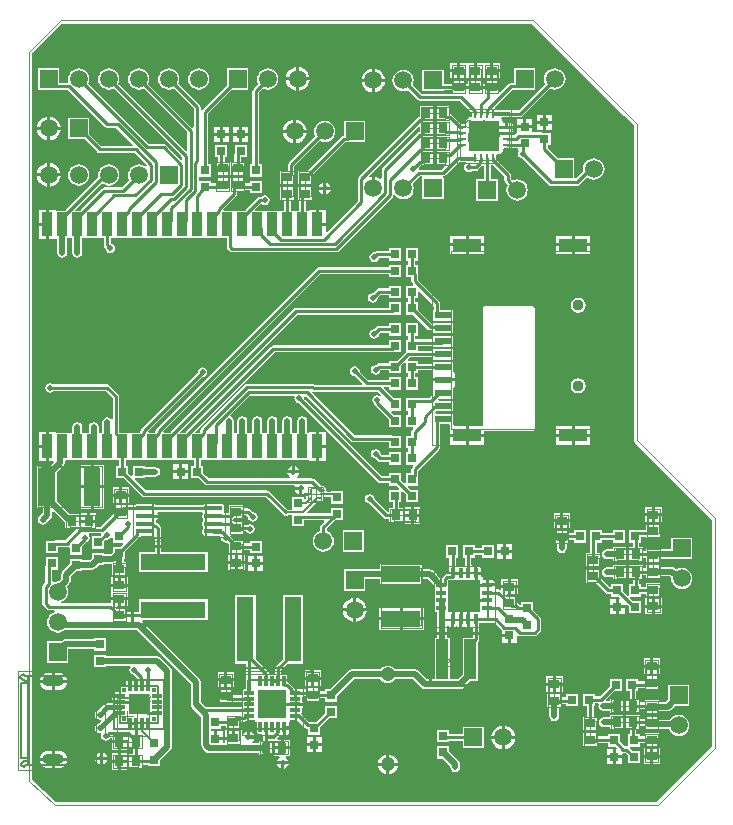
<source format=gtl>
%FSTAX23Y23*%
%MOIN*%
%SFA1B1*%

%IPPOS*%
%AMD29*
4,1,8,-0.011800,0.003000,-0.011800,-0.003000,-0.009800,-0.004900,0.009800,-0.004900,0.011800,-0.003000,0.011800,0.003000,0.009800,0.004900,-0.009800,0.004900,-0.011800,0.003000,0.0*
1,1,0.003937,-0.009800,0.003000*
1,1,0.003937,-0.009800,-0.003000*
1,1,0.003937,0.009800,-0.003000*
1,1,0.003937,0.009800,0.003000*
%
%AMD30*
4,1,8,0.003000,0.011800,-0.003000,0.011800,-0.004900,0.009800,-0.004900,-0.009800,-0.003000,-0.011800,0.003000,-0.011800,0.004900,-0.009800,0.004900,0.009800,0.003000,0.011800,0.0*
1,1,0.003937,0.003000,0.009800*
1,1,0.003937,-0.003000,0.009800*
1,1,0.003937,-0.003000,-0.009800*
1,1,0.003937,0.003000,-0.009800*
%
%AMD37*
4,1,8,0.015000,0.006300,-0.015000,0.006300,-0.016500,0.004700,-0.016500,-0.004700,-0.015000,-0.006300,0.015000,-0.006300,0.016500,-0.004700,0.016500,0.004700,0.015000,0.006300,0.0*
1,1,0.003150,0.015000,0.004700*
1,1,0.003150,-0.015000,0.004700*
1,1,0.003150,-0.015000,-0.004700*
1,1,0.003150,0.015000,-0.004700*
%
%AMD38*
4,1,8,-0.006300,0.015000,-0.006300,-0.015000,-0.004700,-0.016500,0.004700,-0.016500,0.006300,-0.015000,0.006300,0.015000,0.004700,0.016500,-0.004700,0.016500,-0.006300,0.015000,0.0*
1,1,0.003150,-0.004700,0.015000*
1,1,0.003150,-0.004700,-0.015000*
1,1,0.003150,0.004700,-0.015000*
1,1,0.003150,0.004700,0.015000*
%
%AMD41*
4,1,8,-0.026700,-0.008100,0.026700,-0.008100,0.030700,-0.004000,0.030700,0.004000,0.026700,0.008100,-0.026700,0.008100,-0.030700,0.004000,-0.030700,-0.004000,-0.026700,-0.008100,0.0*
1,1,0.008071,-0.026700,-0.004000*
1,1,0.008071,0.026700,-0.004000*
1,1,0.008071,0.026700,0.004000*
1,1,0.008071,-0.026700,0.004000*
%
%AMD43*
4,1,8,0.015600,0.005300,-0.015600,0.005300,-0.016900,0.004000,-0.016900,-0.004000,-0.015600,-0.005300,0.015600,-0.005300,0.016900,-0.004000,0.016900,0.004000,0.015600,0.005300,0.0*
1,1,0.002661,0.015600,0.004000*
1,1,0.002661,-0.015600,0.004000*
1,1,0.002661,-0.015600,-0.004000*
1,1,0.002661,0.015600,-0.004000*
%
%AMD44*
4,1,8,-0.005300,0.015600,-0.005300,-0.015600,-0.004000,-0.016900,0.004000,-0.016900,0.005300,-0.015600,0.005300,0.015600,0.004000,0.016900,-0.004000,0.016900,-0.005300,0.015600,0.0*
1,1,0.002661,-0.004000,0.015600*
1,1,0.002661,-0.004000,-0.015600*
1,1,0.002661,0.004000,-0.015600*
1,1,0.002661,0.004000,0.015600*
%
%AMD75*
4,1,8,0.049100,0.051200,-0.049100,0.051200,-0.051200,0.049100,-0.051200,-0.049100,-0.049100,-0.051200,0.049100,-0.051200,0.051200,-0.049100,0.051200,0.049100,0.049100,0.051200,0.0*
1,1,0.004094,0.049100,0.049100*
1,1,0.004094,-0.049100,0.049100*
1,1,0.004094,-0.049100,-0.049100*
1,1,0.004094,0.049100,-0.049100*
%
%ADD10C,0.009449*%
%ADD13C,0.007874*%
%ADD14C,0.005000*%
%ADD16C,0.004000*%
%ADD17C,0.003937*%
%ADD18C,0.010000*%
%ADD19C,0.001969*%
%ADD22R,0.055118X0.129921*%
%ADD23R,0.030000X0.030000*%
%ADD24R,0.035433X0.031496*%
%ADD25R,0.030000X0.030000*%
%ADD26R,0.031496X0.035433*%
%ADD27R,0.055118X0.024409*%
%ADD28R,0.094488X0.043307*%
G04~CAMADD=29~8~0.0~0.0~98.4~236.2~19.7~0.0~15~0.0~0.0~0.0~0.0~0~0.0~0.0~0.0~0.0~0~0.0~0.0~0.0~90.0~236.0~98.0*
%ADD29D29*%
G04~CAMADD=30~8~0.0~0.0~98.4~236.2~19.7~0.0~15~0.0~0.0~0.0~0.0~0~0.0~0.0~0.0~0.0~0~0.0~0.0~0.0~0.0~98.4~236.2*
%ADD30D30*%
%ADD31R,0.007874X0.007874*%
%ADD32R,0.035433X0.011811*%
%ADD33R,0.011811X0.035433*%
%ADD34R,0.011811X0.011811*%
%ADD35R,0.056299X0.216535*%
%ADD36R,0.129921X0.055118*%
G04~CAMADD=37~8~0.0~0.0~330.7~126.0~15.7~0.0~15~0.0~0.0~0.0~0.0~0~0.0~0.0~0.0~0.0~0~0.0~0.0~0.0~0.0~330.7~126.0*
%ADD37D37*%
G04~CAMADD=38~8~0.0~0.0~330.7~126.0~15.7~0.0~15~0.0~0.0~0.0~0.0~0~0.0~0.0~0.0~0.0~0~0.0~0.0~0.0~90.0~126.0~331.0*
%ADD38D38*%
%ADD39R,0.038583X0.133858*%
%ADD40R,0.216535X0.056299*%
G04~CAMADD=41~8~0.0~0.0~614.2~161.4~40.4~0.0~15~0.0~0.0~0.0~0.0~0~0.0~0.0~0.0~0.0~0~0.0~0.0~0.0~180.0~614.0~162.0*
%ADD41D41*%
G04~CAMADD=43~8~0.0~0.0~338.6~106.3~13.3~0.0~15~0.0~0.0~0.0~0.0~0~0.0~0.0~0.0~0.0~0~0.0~0.0~0.0~0.0~338.6~106.3*
%ADD43D43*%
G04~CAMADD=44~8~0.0~0.0~338.6~106.3~13.3~0.0~15~0.0~0.0~0.0~0.0~0~0.0~0.0~0.0~0.0~0~0.0~0.0~0.0~90.0~106.0~338.0*
%ADD44D44*%
%ADD45R,0.035433X0.078740*%
%ADD57R,0.070866X0.070866*%
G04~CAMADD=75~8~0.0~0.0~1023.6~1023.6~20.5~0.0~15~0.0~0.0~0.0~0.0~0~0.0~0.0~0.0~0.0~0~0.0~0.0~0.0~0.0~1023.6~1023.6*
%ADD75D75*%
%ADD76R,0.106299X0.106299*%
%ADD77R,0.096457X0.096457*%
%ADD78C,0.005905*%
%ADD79C,0.019685*%
%ADD80C,0.015000*%
%ADD81R,0.059055X0.059055*%
%ADD82C,0.059055*%
%ADD83C,0.037401*%
%ADD84R,0.059055X0.059055*%
%ADD85C,0.019685*%
%ADD86O,0.070866X0.035433*%
%ADD87C,0.047244*%
%LNsolears_v1-1*%
%LPD*%
G36*
X02675Y03604D02*
X02902Y03377D01*
X02982Y03297*
X03014Y03265*
Y02215*
X03015Y02211*
X03017Y02207*
X03274Y0195*
Y01194*
X0309Y0101*
X01089*
X0101Y01084*
Y03505*
X01109Y03604*
X02675*
G37*
%LNsolears_v1-2*%
%LPC*%
G36*
X02569Y03473D02*
X02546D01*
Y03452*
X02569*
Y03473*
G37*
G36*
X02426D02*
X02403D01*
Y03452*
X02426*
Y03473*
G37*
G36*
X019Y03459D02*
Y03425D01*
X01934*
X01933Y0343*
X01929Y03439*
X01923Y03448*
X01914Y03454*
X01905Y03458*
X019Y03459*
G37*
G36*
X0189D02*
X01884Y03458D01*
X01875Y03454*
X01866Y03448*
X0186Y03439*
X01856Y0343*
X01855Y03425*
X0189*
Y03459*
G37*
G36*
X02569Y03442D02*
X02546D01*
Y03421*
X02569*
Y03442*
G37*
G36*
X02536Y03473D02*
X02491D01*
Y03447*
Y03421*
X02536*
Y03447*
Y03473*
G37*
G36*
X02481D02*
X02436D01*
Y03447*
Y03421*
X02481*
Y03447*
Y03473*
G37*
G36*
X02426Y03442D02*
X02403D01*
Y03421*
X02426*
Y03442*
G37*
G36*
X02151Y03454D02*
Y0342D01*
X02185*
X02184Y03425*
X0218Y03434*
X02174Y03443*
X02166Y03449*
X02156Y03453*
X02151Y03454*
G37*
G36*
X02141D02*
X02136Y03453D01*
X02126Y03449*
X02118Y03443*
X02111Y03434*
X02107Y03425*
X02107Y0342*
X02141*
Y03454*
G37*
G36*
X01795Y03455D02*
X01785Y03454D01*
X01777Y0345*
X01769Y03445*
X01764Y03437*
X0176Y03429*
X01759Y0342*
X0176Y0341*
X01763Y03404*
X01747Y03387*
X01744Y03384*
X01743Y0338*
Y03135*
X01734*
Y03094*
X01775*
Y03135*
X01766*
Y03375*
X01779Y03388*
X01785Y03385*
X01795Y03384*
X01804Y03385*
X01812Y03389*
X0182Y03394*
X01825Y03402*
X01829Y0341*
X0183Y0342*
X01829Y03429*
X01825Y03437*
X0182Y03445*
X01812Y0345*
X01804Y03454*
X01795Y03455*
G37*
G36*
X01565D02*
X01555Y03454D01*
X01547Y0345*
X01539Y03445*
X01534Y03437*
X0153Y03429*
X01529Y0342*
X0153Y0341*
X01534Y03402*
X01539Y03394*
X01547Y03389*
X01555Y03385*
X01565Y03384*
X01574Y03385*
X01582Y03389*
X0159Y03394*
X01595Y03402*
X01599Y0341*
X016Y0342*
X01599Y03429*
X01595Y03437*
X0159Y03445*
X01582Y0345*
X01574Y03454*
X01565Y03455*
G37*
G36*
X01934Y03415D02*
X019D01*
Y0338*
X01905Y03381*
X01914Y03385*
X01923Y03391*
X01929Y034*
X01933Y03409*
X01934Y03415*
G37*
G36*
X0189D02*
X01855D01*
X01856Y03409*
X0186Y034*
X01866Y03391*
X01875Y03385*
X01884Y03381*
X0189Y0338*
Y03415*
G37*
G36*
X02185Y0341D02*
X02151D01*
Y03375*
X02156Y03376*
X02166Y0338*
X02174Y03386*
X0218Y03395*
X02184Y03404*
X02185Y0341*
G37*
G36*
X02141D02*
X02107D01*
X02107Y03404*
X02111Y03395*
X02118Y03386*
X02126Y0338*
X02136Y03376*
X02141Y03375*
Y0341*
G37*
G36*
X02741Y033D02*
X02721D01*
Y0328*
X02741*
Y033*
G37*
G36*
X02711D02*
X02691D01*
Y0328*
X02711*
Y033*
G37*
G36*
X02676Y03285D02*
X02656D01*
Y03265*
X02676*
Y03285*
G37*
G36*
X02646D02*
X02626D01*
Y03265*
X02646*
Y03285*
G37*
G36*
X026Y03274D02*
X02596D01*
Y03264*
X02612*
X02612Y03267*
X02609Y03271*
X02605Y03273*
X026Y03274*
G37*
G36*
X0107Y03294D02*
Y0326D01*
X01104*
X01103Y03265*
X01099Y03274*
X01093Y03283*
X01084Y03289*
X01075Y03293*
X0107Y03294*
G37*
G36*
X0106D02*
X01054Y03293D01*
X01045Y03289*
X01036Y03283*
X0103Y03274*
X01026Y03265*
X01025Y0326*
X0106*
Y03294*
G37*
G36*
X01465Y03455D02*
X01455Y03454D01*
X01447Y0345*
X01439Y03445*
X01434Y03437*
X0143Y03429*
X01429Y0342*
X0143Y0341*
X01434Y03402*
X01439Y03394*
X01447Y03389*
X01455Y03385*
X01465Y03384*
X01474Y03385*
X01481Y03388*
X01548Y0332*
Y03258*
X01548Y03258*
X01543Y03256*
X01396Y03404*
X01399Y0341*
X014Y0342*
X01399Y03429*
X01395Y03437*
X0139Y03445*
X01382Y0345*
X01374Y03454*
X01365Y03455*
X01355Y03454*
X01347Y0345*
X01339Y03445*
X01334Y03437*
X0133Y03429*
X01329Y0342*
X0133Y0341*
X01334Y03402*
X01339Y03394*
X01347Y03389*
X01355Y03385*
X01365Y03384*
X01374Y03385*
X01381Y03388*
X01526Y03243*
Y03181*
X01521Y03179*
X01296Y03404*
X01299Y0341*
X013Y0342*
X01299Y03429*
X01295Y03437*
X0129Y03445*
X01282Y0345*
X01274Y03454*
X01265Y03455*
X01255Y03454*
X01247Y0345*
X01239Y03445*
X01234Y03437*
X0123Y03429*
X01229Y0342*
X0123Y0341*
X01234Y03402*
X01239Y03394*
X01247Y03389*
X01255Y03385*
X01265Y03384*
X01274Y03385*
X01281Y03388*
X0151Y03159*
Y03151*
X01505Y03149*
X01455Y032*
X01451Y03202*
X01447Y03203*
X01397*
X01196Y03404*
X01199Y0341*
X012Y0342*
X01199Y03429*
X01195Y03437*
X0119Y03445*
X01182Y0345*
X01174Y03454*
X01165Y03455*
X01155Y03454*
X01147Y0345*
X01139Y03445*
X01134Y03437*
X0113Y03429*
X01129Y0342*
X0113Y03411*
X01129Y03408*
X01127Y03406*
X011*
Y03455*
X01029*
Y03384*
X01088*
X01089Y03384*
X01127*
X01251Y0326*
X01255Y03258*
X01259Y03257*
X01289*
X01345Y032*
X01343Y03196*
X01239*
X012Y03235*
Y0329*
X01129*
Y03219*
X01184*
X01226Y03177*
X0123Y03174*
X01234Y03174*
X0135*
X01392Y03132*
X01391Y0313*
X01386Y03128*
X01382Y0313*
X01374Y03134*
X01365Y03135*
X01355Y03134*
X01347Y0313*
X01339Y03125*
X01334Y03117*
X0133Y03109*
X01329Y031*
X0133Y0309*
X01333Y03084*
X01307Y03058*
X01249*
X01245Y03057*
X01241Y03054*
X01173Y02986*
X01171Y02984*
X01167Y0298*
X01155*
X01153Y02984*
X01241Y03073*
X01247Y03069*
X01255Y03065*
X01265Y03064*
X01274Y03065*
X01282Y03069*
X0129Y03074*
X01295Y03082*
X01299Y0309*
X013Y031*
X01299Y03109*
X01295Y03117*
X0129Y03125*
X01282Y0313*
X01274Y03134*
X01265Y03135*
X01255Y03134*
X01247Y0313*
X01239Y03125*
X01234Y03117*
X0123Y03109*
X01229Y031*
X0123Y03093*
X01123Y02986*
X01121Y02984*
X01117Y0298*
X01087*
Y02984*
X01065*
Y02935*
Y02885*
X01087*
Y02889*
X01093*
Y0284*
X01095Y02833*
X01098Y02828*
X01103Y02825*
X0111Y02823*
X01116Y02825*
X01121Y02828*
X01124Y02833*
X01126Y0284*
Y02889*
X01131*
X01133*
X01136*
X01143*
Y0284*
X01145Y02833*
X01148Y02828*
X01153Y02825*
X0116Y02823*
X01166Y02825*
X01171Y02828*
X01174Y02833*
X01176Y0284*
Y02889*
X01181*
X01183*
X01186*
X01231*
X01233*
X01236*
X01248*
Y02865*
X01249Y0286*
X01252Y02857*
X01254Y02855*
X01253Y02855*
X01255Y02848*
X01258Y02843*
X01263Y0284*
X0127Y02838*
X01276Y0284*
X01281Y02843*
X01284Y02848*
X01286Y02855*
X01284Y02861*
X01281Y02866*
X01276Y02869*
X01271Y0287*
Y02889*
X01283*
X01286*
X01331*
X01333*
X01336*
X01381*
X01383*
X01386*
X01431*
X01433*
X01436*
X01481*
X01483*
X01486*
X01531*
X01533*
X01536*
X01581*
X01585*
X01588*
X01631*
X01633*
X01636*
X01658*
Y02858*
X01659Y02854*
X01662Y0285*
X01667Y02845*
X01671Y02842*
X01675Y02841*
X02023*
X02028Y02842*
X02031Y02845*
X0221Y03023*
X02212Y03027*
X02213Y03031*
X02215Y03031*
X02218Y03032*
X02221Y03029*
X02228Y03024*
X02237Y0302*
X02246Y03019*
X02255Y0302*
X02264Y03024*
X02271Y03029*
X02277Y03037*
X0228Y03045*
X02282Y03055*
X0228Y03064*
X02278Y03071*
X02302Y03095*
X0231*
X0231Y0309*
Y0309*
Y03019*
X02381*
Y0309*
X0238*
X0238Y03095*
X02383Y03096*
X02387Y03098*
X02432Y03144*
X02456*
X02457Y03139*
X02453Y03136*
X0245Y03131*
X02448Y03125*
X0245Y03118*
X02453Y03113*
X02458Y0311*
X02465Y03108*
X02471Y0311*
X02476Y03113*
X02476Y03113*
X02487*
X02487*
X02491Y03114*
X02495Y03117*
X0251Y03131*
X02511Y03131*
X02515Y03129*
Y03085*
X0249*
Y03014*
X02561*
Y03085*
X02537*
Y03134*
X02537Y03134*
X02542Y03136*
X02583Y03094*
Y03081*
Y03081*
X02584Y03077*
X02586Y03073*
X02594Y03066*
X02591Y03059*
X0259Y0305*
X02591Y0304*
X02595Y03032*
X02601Y03024*
X02608Y03019*
X02617Y03015*
X02626Y03014*
X02635Y03015*
X02644Y03019*
X02651Y03024*
X02657Y03032*
X0266Y0304*
X02662Y0305*
X0266Y03059*
X02657Y03067*
X02651Y03075*
X02644Y0308*
X02635Y03084*
X02626Y03085*
X02617Y03084*
X0261Y03081*
X02605Y03086*
Y03099*
X02605Y03103*
X02602Y03107*
Y03107*
X02556Y03153*
Y03155*
X02556Y03155*
Y03165*
X02561Y03168*
X02565*
X0257Y03169*
X02574Y03172*
X02576Y03176*
X02577Y0318*
Y03185*
X02581Y03189*
X0259*
X02591Y03189*
X0263*
Y03184*
X02632Y03179*
X0263Y03176*
X02628Y0317*
X0263Y03163*
X02633Y03158*
X02638Y03155*
X02645Y03153*
X02645Y03154*
X02732Y03067*
X02735Y03064*
X0274Y03063*
X02825*
X02829Y03064*
X02832Y03067*
X02858Y03092*
X02863Y03089*
X02872Y03085*
X02881Y03084*
X0289Y03085*
X02899Y03089*
X02906Y03094*
X02912Y03102*
X02915Y0311*
X02917Y0312*
X02915Y03129*
X02912Y03137*
X02906Y03145*
X02899Y0315*
X0289Y03154*
X02881Y03155*
X02872Y03154*
X02863Y0315*
X02856Y03145*
X0285Y03137*
X02846Y03129*
X02845Y0312*
X02846Y03112*
X02821Y03087*
X02816Y03089*
Y03155*
X02761*
X02727Y03189*
Y03199*
X02737*
Y0324*
X0271*
X02709Y03241*
X02705Y03242*
X02676*
Y03255*
X02651*
X02626*
Y0324*
X02623Y03238*
X02619Y03234*
X02617Y03234*
X02617Y03234*
X02591*
Y03244*
X02612*
X02612Y03247*
X0261Y03249*
X02612Y03251*
X02612Y03254*
X02591*
Y03259*
X02586*
Y03274*
X02581*
X02577Y03277*
Y03279*
X02576Y03283*
X02574Y03287*
X02572Y03288*
X02574Y03293*
X02636*
X0264Y03294*
X02644Y03296*
X02735Y03388*
X02742Y03385*
X02751Y03384*
X0276Y03385*
X02769Y03389*
X02776Y03394*
X02782Y03402*
X02785Y0341*
X02787Y0342*
X02785Y03429*
X02782Y03437*
X02776Y03445*
X02769Y0345*
X0276Y03454*
X02751Y03455*
X02742Y03454*
X02733Y0345*
X02726Y03445*
X0272Y03437*
X02716Y03429*
X02715Y0342*
X02716Y0341*
X02719Y03404*
X02631Y03315*
X02556*
X02556Y03317*
X02554Y0332*
X02553Y0332*
X02552Y03325*
X02552Y03326*
X0261Y03384*
X02626*
X02627Y03384*
X02686*
Y03455*
X02615*
Y03406*
X02605*
X02601Y03405*
X02597Y03403*
X02597*
X02569Y03375*
X02564Y03377*
Y03414*
X02517*
Y03403*
X02509*
Y03414*
X02462*
Y03403*
X02454*
Y03414*
X02407*
Y03403*
X02381*
Y0345*
X0231*
Y03379*
X02381*
Y03381*
X02407*
Y0337*
X02403Y03369*
X02307*
X02278Y03399*
X0228Y03405*
X02282Y03415*
X0228Y03424*
X02277Y03432*
X02271Y0344*
X02264Y03445*
X02255Y03449*
X02246Y0345*
X02237Y03449*
X02228Y03445*
X02221Y0344*
X02215Y03432*
X02211Y03424*
X0221Y03415*
X02211Y03405*
X02215Y03397*
X02221Y03389*
X02228Y03384*
X02237Y0338*
X02246Y03379*
X02255Y0338*
X02262Y03383*
X02294Y0335*
X02298Y03348*
X02302Y03347*
X02435*
X02475Y03306*
Y03304*
X02475Y03304*
Y03294*
X02471Y03291*
X02467*
X02462Y0329*
X02458Y03287*
X02455Y03283*
X02454Y03279*
Y03274*
X02451Y0327*
X02442*
X02441Y0327*
X02439*
X02409Y033*
X02406Y03302*
X02402Y03303*
X024Y03307*
Y03328*
X02357*
Y03283*
Y03281*
Y03278*
Y03231*
Y03228*
Y03181*
Y03178*
Y03176*
Y03131*
X02381*
X02383Y03126*
X02374Y03117*
X023*
X023Y03117*
X02298Y03122*
X02306Y03131*
X02313*
X02314Y03131*
X02345*
Y03178*
Y03181*
Y03183*
Y03228*
Y03231*
Y03233*
Y03278*
Y03281*
Y03283*
Y03328*
X02302*
Y03297*
X02298Y03293*
X02295Y03291*
X02098Y03093*
X02095Y0309*
X02094Y03086*
Y03013*
X01992Y0291*
X01987Y02912*
Y0293*
X0196*
Y02935*
X01955*
Y02984*
X01932*
Y0298*
X01921*
Y03015*
X01943*
Y03059*
X01896*
Y03015*
X01898*
Y0298*
X01886*
X01883*
X01871*
Y03015*
X01883*
Y03059*
X01836*
Y03015*
X01848*
Y0298*
X01836*
X01833*
X01831*
X01786*
X01783*
X01781*
X01755*
X01753Y02984*
X01769Y03001*
X01773Y03003*
X01778Y03*
X01785Y02998*
X01791Y03*
X01796Y03003*
X01799Y03008*
X01801Y03015*
X01799Y03021*
X01796Y03026*
X01791Y03029*
X01785Y03031*
X01778Y03029*
X01773Y03026*
X01773Y03026*
X01767*
X01763Y03025*
X01759Y03022*
X01723Y02986*
X01721Y02984*
X01717Y0298*
X01686*
X01683*
X01648*
X01646Y02985*
X0169Y03028*
X01692Y03032*
X01693Y03036*
Y03045*
X01718*
Y03048*
X01734*
Y03039*
X01775*
Y0308*
X01734*
Y03071*
X01718*
Y03089*
X01673*
X0167*
X01666*
X01621*
Y03071*
X01605*
Y0308*
X01564*
Y03094*
X01605*
Y03135*
X01596*
Y03305*
X01675Y03384*
X0173*
Y03455*
X01659*
Y034*
X01577Y03317*
X01576Y03316*
X01571Y03317*
Y03325*
X0157Y03329*
X01567Y03332*
X01496Y03404*
X01499Y0341*
X015Y0342*
X01499Y03429*
X01495Y03437*
X0149Y03445*
X01482Y0345*
X01474Y03454*
X01465Y03455*
G37*
G36*
X0189Y03284D02*
Y0325D01*
X01924*
X01923Y03255*
X01919Y03264*
X01913Y03273*
X01904Y03279*
X01895Y03283*
X0189Y03284*
G37*
G36*
X0188D02*
X01874Y03283D01*
X01865Y03279*
X01856Y03273*
X0185Y03264*
X01846Y03255*
X01845Y0325*
X0188*
Y03284*
G37*
G36*
X02741Y0327D02*
X02721D01*
Y0325*
X02741*
Y0327*
G37*
G36*
X02711D02*
X02691D01*
Y0325*
X02711*
Y0327*
G37*
G36*
X0173Y0326D02*
X0171D01*
Y0324*
X0173*
Y0326*
G37*
G36*
X01665D02*
X01645D01*
Y0324*
X01665*
Y0326*
G37*
G36*
X01635D02*
X01615D01*
Y0324*
X01635*
Y0326*
G37*
G36*
X017D02*
X0168D01*
Y0324*
X017*
Y0326*
G37*
G36*
X01104Y0325D02*
X0107D01*
Y03215*
X01075Y03216*
X01084Y0322*
X01093Y03226*
X01099Y03235*
X01103Y03244*
X01104Y0325*
G37*
G36*
X0106D02*
X01025D01*
X01026Y03244*
X0103Y03235*
X01036Y03226*
X01045Y0322*
X01054Y03216*
X0106Y03215*
Y0325*
G37*
G36*
X0173Y0323D02*
X0171D01*
Y0321*
X0173*
Y0323*
G37*
G36*
X017D02*
X0168D01*
Y0321*
X017*
Y0323*
G37*
G36*
X01665D02*
X01645D01*
Y0321*
X01665*
Y0323*
G37*
G36*
X01635D02*
X01615D01*
Y0321*
X01635*
Y0323*
G37*
G36*
X0212Y0328D02*
X02049D01*
Y03231*
X02045Y0323*
X02042Y03228*
X01927Y03114*
X01896*
Y0307*
X01943*
Y03098*
X02054Y03209*
X0206*
X02061Y03209*
X0212*
Y0328*
G37*
G36*
X01985Y0328D02*
X01975Y03279D01*
X01967Y03275*
X01959Y0327*
X01954Y03262*
X0195Y03254*
X01949Y03245*
X0195Y03235*
X01953Y03229*
X01864Y0314*
X01862Y03136*
X01861Y03132*
Y03114*
X01836*
Y0307*
X01883*
Y03102*
X01883Y03103*
Y03128*
X01969Y03213*
X01975Y0321*
X01985Y03209*
X01994Y0321*
X02002Y03214*
X0201Y03219*
X02015Y03227*
X02019Y03235*
X0202Y03245*
X02019Y03254*
X02015Y03262*
X0201Y0327*
X02002Y03275*
X01994Y03279*
X01985Y0328*
G37*
G36*
X01924Y0324D02*
X0189D01*
Y03205*
X01895Y03206*
X01904Y0321*
X01913Y03216*
X01919Y03225*
X01923Y03234*
X01924Y0324*
G37*
G36*
X0188D02*
X01845D01*
X01846Y03234*
X0185Y03225*
X01856Y03216*
X01865Y0321*
X01874Y03206*
X0188Y03205*
Y0324*
G37*
G36*
X01725Y032D02*
X01684D01*
Y03171*
X01683Y0317*
Y03147*
X0168Y03144*
X0167*
X01666*
X01651*
Y03159*
X0166*
Y032*
X01619*
Y03159*
X01628*
Y03144*
X01621*
Y031*
X01666*
X0167*
X01673*
X01718*
Y03144*
X01706*
Y03159*
X01725*
Y032*
G37*
G36*
X0107Y03139D02*
Y03105D01*
X01104*
X01103Y0311*
X01099Y03119*
X01093Y03128*
X01084Y03134*
X01075Y03138*
X0107Y03139*
G37*
G36*
X0106D02*
X01054Y03138D01*
X01045Y03134*
X01036Y03128*
X0103Y03119*
X01026Y0311*
X01025Y03105*
X0106*
Y03139*
G37*
G36*
X01165Y03135D02*
X01155Y03134D01*
X01147Y0313*
X01139Y03125*
X01134Y03117*
X0113Y03109*
X01129Y031*
X0113Y0309*
X01134Y03082*
X01139Y03074*
X01147Y03069*
X01155Y03065*
X01165Y03064*
X01174Y03065*
X01182Y03069*
X0119Y03074*
X01195Y03082*
X01199Y0309*
X012Y031*
X01199Y03109*
X01195Y03117*
X0119Y03125*
X01182Y0313*
X01174Y03134*
X01165Y03135*
G37*
G36*
X01104Y03095D02*
X0107D01*
Y0306*
X01075Y03061*
X01084Y03065*
X01093Y03071*
X01099Y0308*
X01103Y03089*
X01104Y03095*
G37*
G36*
X0106D02*
X01025D01*
X01026Y03089*
X0103Y0308*
X01036Y03071*
X01045Y03065*
X01054Y03061*
X0106Y0306*
Y03095*
G37*
G36*
X0199Y03074D02*
Y0306D01*
X02004*
X02003Y03062*
X01999Y03069*
X01992Y03073*
X0199Y03074*
G37*
G36*
X0198D02*
X01977Y03073D01*
X0197Y03069*
X01966Y03062*
X01965Y0306*
X0198*
Y03074*
G37*
G36*
X02004Y0305D02*
X0199D01*
Y03035*
X01992Y03036*
X01999Y0304*
X02003Y03047*
X02004Y0305*
G37*
G36*
X0198D02*
X01965D01*
X01966Y03047*
X0197Y0304*
X01977Y03036*
X0198Y03035*
Y0305*
G37*
G36*
X01987Y02984D02*
X01965D01*
Y0294*
X01987*
Y02984*
G37*
G36*
X01055D02*
X01032D01*
Y0294*
X01055*
Y02984*
G37*
G36*
Y0293D02*
X01032D01*
Y02885*
X01055*
Y0293*
G37*
G36*
X0287Y02899D02*
X02818D01*
Y02872*
X0287*
Y02899*
G37*
G36*
X02808D02*
X02756D01*
Y02872*
X02808*
Y02899*
G37*
G36*
X02516D02*
X02464D01*
Y02872*
X02516*
Y02899*
G37*
G36*
X02454D02*
X02401D01*
Y02872*
X02454*
Y02899*
G37*
G36*
X0224Y02855D02*
X02199D01*
Y02846*
X0216*
X02155Y02845*
X02152Y02842*
X0215Y02841*
X0215Y02841*
X02143Y02839*
X02138Y02836*
X02135Y02831*
X02133Y02825*
X02135Y02818*
X02138Y02813*
X02143Y0281*
X0215Y02808*
X02156Y0281*
X02161Y02813*
X02164Y02818*
X02165Y02823*
X02199*
Y02814*
X0224*
Y02855*
G37*
G36*
X0287Y02862D02*
X02818D01*
Y02836*
X0287*
Y02862*
G37*
G36*
X02808D02*
X02756D01*
Y02836*
X02808*
Y02862*
G37*
G36*
X02516D02*
X02464D01*
Y02836*
X02516*
Y02862*
G37*
G36*
X02454D02*
X02401D01*
Y02836*
X02454*
Y02862*
G37*
G36*
X0224Y028D02*
X02199D01*
Y02791*
X01965*
X0196Y0279*
X01957Y02787*
X01423Y02254*
X01421Y0225*
X0142Y02246*
Y02242*
X01417Y0224*
X01398*
X01396Y02245*
X01577Y02426*
X01577Y02426*
X01583Y02427*
X01588Y02431*
X01592Y02436*
X01593Y02442*
X01592Y02448*
X01588Y02453*
X01583Y02457*
X01577Y02458*
X01571Y02457*
X01566Y02453*
X01562Y02448*
X01561Y02442*
X01561Y02442*
X01373Y02254*
X01371Y0225*
X0137Y02246*
Y02242*
X01367Y0224*
X01336*
X01333*
X01302*
X01299Y02242*
Y02361*
X01298Y02365*
X01296Y02369*
X01267Y02397*
X01264Y024*
X0126Y02401*
X01081*
X01081Y02401*
X01076Y02404*
X0107Y02406*
X01063Y02404*
X01058Y02401*
X01055Y02396*
X01053Y0239*
X01055Y02383*
X01058Y02378*
X01063Y02375*
X0107Y02373*
X01076Y02375*
X01081Y02378*
X01081Y02378*
X01255*
X01277Y02356*
Y02286*
X01272Y02284*
X01271Y02286*
X01266Y02289*
X0126Y02291*
X01253Y02289*
X01248Y02286*
X01245Y02281*
X01243Y02275*
Y02243*
X0124Y0224*
X01234*
X01231Y02243*
Y0226*
X01229Y02266*
X01226Y02271*
X01221Y02274*
X01215Y02276*
X01208Y02274*
X01203Y02271*
X012Y02266*
X01198Y0226*
Y02243*
X01195Y0224*
X01185*
X01181*
X01176*
Y0226*
X01174Y02266*
X01171Y02271*
X01166Y02274*
X0116Y02276*
X01153Y02274*
X01148Y02271*
X01145Y02266*
X01143Y0226*
Y02243*
X0114Y0224*
X01135*
X01131*
X01087*
Y02244*
X01065*
Y02195*
Y02145*
X01079*
X01081Y02141*
X0107Y0213*
X01026*
Y01989*
X01044*
Y01971*
X01033Y01961*
X0103Y01956*
X01028Y0195*
X0103Y01943*
X01033Y01938*
X01038Y01935*
X01045Y01933*
X01051Y01935*
X01056Y01938*
X01071Y01953*
X01075Y01959*
X01076Y01965*
Y01977*
X0108Y01979*
X01118Y01941*
X0112Y0194*
Y01921*
X01153*
X01155Y01916*
X01119Y01881*
X01085*
X01083Y0188*
X01054*
Y01839*
X01095*
Y01858*
X01124*
X01128Y01859*
X01129Y01859*
X01134Y01857*
Y01834*
X01175*
Y0186*
X0119Y01875*
X01191Y01875*
X01196Y01878*
X01199Y01883*
X01201Y0189*
X01199Y01896*
X01197Y019*
X01198Y01904*
X01199Y01905*
X01237*
X01239Y019*
X01235Y01895*
X01209*
Y01854*
X0125*
Y0188*
X01255Y01884*
X0126Y01883*
X01266Y01885*
X01271Y01888*
X01274Y01892*
X01279Y01891*
Y01874*
X01311*
X01313Y01869*
X01305Y0186*
X01279*
Y01841*
X01273Y01836*
X0125*
Y0184*
X01209*
Y01821*
X01203Y01816*
X01175*
Y0182*
X01134*
Y01801*
X0111Y01778*
X01107Y01773*
X01105Y01767*
Y01754*
X01097Y01745*
X01095Y01745*
X01085Y01744*
X01081Y01742*
X01076Y01745*
Y01784*
X01095*
Y01825*
X01054*
Y01796*
X01053Y01795*
Y01742*
X01046Y01735*
X01044Y01731*
X01043Y01727*
Y0167*
X01044Y01666*
X01046Y01662*
X01057Y01652*
X0106Y01649*
X01065Y01648*
X01083*
X01084Y01643*
X01077Y0164*
X01069Y01635*
X01064Y01627*
X0106Y01619*
X01059Y0161*
X0106Y016*
X01064Y01592*
X01069Y01584*
X01077Y01579*
X01085Y01575*
X01095Y01574*
X01104Y01575*
X01112Y01579*
X0112Y01584*
X0112Y01584*
X01357*
X01538Y01403*
Y01335*
X0154Y01328*
X01543Y01323*
X01563Y01303*
X01573Y01294*
Y01198*
X01574Y01192*
X01577Y01187*
X01587Y01177*
X01592Y01174*
X01598Y01173*
X01765*
Y01166*
X01809*
Y01211*
X01814Y01213*
X01816Y01211*
Y01195*
X01837*
Y01217*
X01828*
X01826Y01222*
X01837Y01233*
X01839Y01233*
X0184Y01232*
X01844Y01231*
Y01258*
X01849*
Y01263*
X01864*
Y01274*
X01866Y01276*
X01868*
Y01282*
X0187Y01284*
X01893*
X0192Y01257*
X01924Y01254*
X01928Y01253*
X01929*
Y01234*
X0197*
Y0126*
X01999Y01289*
X02025*
Y0133*
X01984*
Y01304*
X01955Y01275*
X01941*
X0194Y01276*
X01933*
X01909Y013*
X01908Y01302*
X01906Y01304*
Y01306*
X01908Y01308*
X01909Y01311*
Y01319*
X01908Y01321*
X01909Y01322*
X01912Y01326*
X01913Y0133*
X01886*
Y0134*
X01913*
X01912Y01343*
X01909Y01347*
X01908Y01348*
X01909Y0135*
Y01358*
X01912Y01363*
X01921*
Y01345*
X01968*
Y01356*
X01984*
Y01344*
X02025*
Y01363*
X02081Y01418*
X0217*
X02173Y01413*
X0218Y01409*
X02187Y01406*
X02195Y01405*
X02202Y01406*
X02209Y01409*
X02216Y01413*
X02219Y01418*
X02279*
X02307Y0139*
X02312Y01387*
X02318Y01386*
X02434*
X02441Y01387*
X02446Y0139*
X02467Y01412*
X02495*
Y01542*
X02496Y01543*
X02498Y01546*
X02499Y01551*
Y01599*
X025Y016*
X025Y01603*
Y01607*
X02551*
X02575Y01583*
Y0157*
X026*
Y01565*
X02605*
Y0154*
X02625*
Y01562*
X02625Y01563*
X0263Y01565*
X02632Y01563*
X02636Y01562*
X02684*
X02688Y01563*
X02691Y01566*
X02702Y01577*
X02705Y0158*
X02706Y01585*
Y0162*
X02705Y01624*
X02702Y01627*
X0268Y01649*
Y01675*
X02639*
Y01667*
X02634Y01666*
X02631Y01669*
X02627Y01671*
X02623Y01672*
Y01694*
X02592*
X02589Y01697*
X02591Y01701*
X02595*
Y01722*
X02572*
Y0172*
X02567Y01717*
X02566Y01718*
X02562Y01718*
X02554*
X02551Y01723*
X02552Y01724*
X02552Y01728*
X02526*
Y01733*
X02521*
Y01749*
X02513*
Y01758*
X02504*
Y01766*
X02488*
Y01771*
X02483*
Y01797*
X02479Y01797*
X02478Y01796*
X02473Y01799*
Y01824*
X02485*
Y01833*
X02509*
Y01824*
X0255*
Y01865*
X02509*
Y01856*
X02485*
Y01865*
X02444*
Y01824*
X02451*
Y01794*
X02449Y01792*
X02446Y01791*
X02444Y01793*
X02441Y01793*
X02432*
X02429Y01793*
X02427Y01791*
X02425Y01792*
X02422Y01794*
Y01824*
X0243*
Y01865*
X02389*
Y01824*
X024*
Y0179*
X02399Y01789*
X02399Y01786*
Y0177*
X02392*
X02388Y01769*
X02385Y01767*
X02377Y01759*
X02376Y01757*
X0237Y01756*
X0236Y01766*
X02359Y01767*
X02345Y01781*
X0234Y01784*
X02334Y01785*
X0231*
Y01803*
X02169*
Y01785*
X02104*
X02103Y01785*
X02049*
Y01714*
X0212*
Y01753*
X02169*
Y01736*
X0231*
Y01753*
X02327*
X02336Y01745*
X02337Y01744*
X02351Y0173*
Y01728*
X02351Y01725*
X02353Y01723*
Y01717*
X02351Y01715*
X02351Y01712*
Y01703*
X02351Y017*
X02353Y01697*
Y01692*
X02351Y01689*
X02351Y01686*
Y01677*
X02351Y01674*
X02353Y01672*
Y01666*
X02351Y01664*
X02351Y01661*
Y01651*
X02351Y01648*
X02353Y01646*
X02355Y01644*
X02358Y01644*
X02359*
Y01557*
X02351*
Y01418*
X02325*
X02297Y01446*
X02292Y01449*
X02286Y01451*
X02286*
X02219*
X02216Y01456*
X02209Y0146*
X02202Y01463*
X02195Y01464*
X02187Y01463*
X0218Y0146*
X02173Y01456*
X0217Y01451*
X02075*
X02068Y01449*
X02063Y01446*
X02003Y01385*
X01984*
Y01378*
X01968*
Y01389*
X01921*
Y01385*
X01903*
X01901Y01385*
X01884*
X01884Y01386*
X01882Y0139*
X01865Y01407*
X01861Y01409*
X0186Y01409*
Y01426*
X0186Y01429*
X01858Y01431*
X01856Y01433*
X01853Y01434*
X01845*
X0184Y01437*
Y0145*
X01861Y0147*
X01913*
Y01699*
X01845*
Y01486*
X01821Y01462*
X01819Y01459*
X01818Y01455*
Y01437*
X01813Y01434*
X01806*
X01802Y01435*
X018Y01437*
X018Y01439*
X01797Y01443*
X01754Y01486*
Y01699*
X01686*
Y0147*
X01722*
Y01385*
X01718*
X01715Y01385*
X01713Y01383*
X01711Y01381*
X0171Y01378*
Y0137*
X01707Y01365*
X01678*
Y01384*
X01631*
Y0134*
X01678*
Y01343*
X01707*
X0171Y01338*
Y01331*
X01707Y01326*
X01586*
X01571Y01341*
Y0141*
X01569Y01416*
X01566Y01421*
X01375Y01611*
X01376Y01613*
X01377Y01616*
X01594*
Y01685*
X01365*
Y01643*
X01323*
Y01654*
X01292*
X01289Y01657*
X01291Y01661*
X01295*
Y01682*
X01272*
Y01672*
X0127Y01671*
X01106*
X01105Y01676*
X01112Y01679*
X0112Y01684*
X01125Y01692*
X01129Y017*
X0113Y0171*
X01129Y01719*
X01125Y01727*
X01125Y01728*
X01133Y01736*
X01136Y01741*
X01138Y01747*
Y0176*
X01156Y01779*
X01175*
Y01783*
X0121*
X01216Y01785*
X01221Y01788*
X01231Y01799*
X0125*
Y01803*
X01276*
Y01765*
X01323*
Y01809*
X01316*
Y01819*
X0132*
Y01845*
X01368Y01893*
X01371Y01896*
X01371Y01897*
X01413*
X01417Y01894*
Y01844*
X01365*
Y01775*
X01594*
Y01844*
X01439*
Y01921*
X01438Y01926*
X01436Y01929*
X01427Y01938*
X01423Y0194*
X01423Y0194*
Y01941*
X01422Y01945*
X01423Y01948*
X01423Y01948*
X01426Y01953*
X01427Y01957*
X01386*
Y01967*
X01427*
X01426Y01972*
X01429Y01977*
X01576*
X01578Y01972*
X01578Y01972*
X01577Y0197*
X01576Y01966*
Y01958*
X01577Y01954*
X01579Y01951*
Y01948*
X01577Y01945*
X01576Y01941*
Y01933*
X01577Y01929*
X01578Y01927*
X01579Y01924*
X01578Y0192*
X01577Y01919*
X01576Y01915*
Y01907*
X01577Y01903*
X01579Y019*
X01582Y01898*
X01586Y01897*
X01616*
X01616Y01897*
X01636*
X01639Y01893*
X01638Y0189*
X0164Y01883*
X01643Y01878*
X01648Y01875*
X01655Y01873*
X01659Y01874*
X01666Y01868*
Y0184*
X01713*
Y01848*
X01734*
Y01839*
X01775*
Y0188*
X01734*
Y01871*
X01713*
Y01884*
X01682*
X0167Y01895*
X01672Y019*
X01713*
Y01911*
X01721*
X01723Y01908*
X01728Y01905*
X01735Y01903*
X01741Y01905*
X01746Y01908*
X01749Y01913*
X01751Y0192*
X01749Y01926*
X01746Y01931*
X01741Y01934*
X01735Y01936*
X01728Y01934*
X01726Y01933*
X01713*
Y01944*
X01682*
X01681Y01945*
X01677Y01947*
X01677Y01947*
Y01952*
X01677Y01952*
X01681Y01954*
X01682Y01955*
X01713*
Y01966*
X01722*
X01729Y0196*
X01728Y0196*
X0173Y01953*
X01733Y01948*
X01738Y01945*
X01745Y01943*
X01751Y01945*
X01756Y01948*
X01759Y01953*
X01761Y0196*
X01759Y01966*
X01756Y01971*
X01751Y01974*
X01745Y01976*
X01744Y01976*
X01735Y01985*
X01731Y01987*
X01727Y01988*
X01713*
Y01999*
X01666*
Y01973*
X0165*
X01648Y01978*
X01648Y01979*
X01649Y0198*
X0165Y01984*
Y01992*
X01649Y01996*
X01647Y01999*
X01643Y02001*
X0164Y02002*
X01586*
X01582Y02001*
X01579Y01999*
X01579Y01999*
X0142*
X0142Y01999*
X01417Y02001*
X01413Y02002*
X01359*
X01356Y02001*
X01352Y01999*
X01352Y01999*
X01315*
X01314Y01999*
X01281*
Y01971*
X01237Y01927*
X01223*
Y0194*
X01197*
X01171*
Y01931*
X01168Y01929*
X01164Y01932*
Y01968*
X01138*
X01136Y01968*
X01093Y02011*
Y02108*
X01113Y02127*
X01116Y02133*
X01118Y02139*
Y02146*
X01121Y02149*
X01135*
X01138*
X01181*
X01185*
X01188*
X01231*
X01235*
X01238*
X01283*
X01286*
X01288*
X01298*
Y0213*
X01289*
Y02089*
X01315*
X01374Y02029*
X01378Y02027*
X01382Y02026*
X01787*
X01847Y01967*
X0185Y01964*
X01855Y01963*
X01859Y01964*
X01861Y01965*
X01874*
Y01929*
X01915*
Y01948*
X01981*
X01983Y01944*
X01972Y01932*
X01969Y01929*
X01968Y01925*
Y01913*
X01962Y0191*
X01954Y01905*
X01949Y01897*
X01945Y01889*
X01944Y0188*
X01945Y0187*
X01949Y01862*
X01954Y01854*
X01962Y01849*
X0197Y01845*
X0198Y01844*
X01989Y01845*
X01997Y01849*
X02005Y01854*
X0201Y01862*
X02014Y0187*
X02015Y0188*
X02014Y01889*
X0201Y01897*
X02005Y01905*
X01997Y0191*
X01991Y01913*
Y0192*
X02019Y01949*
X02045*
Y0199*
X02004*
Y01971*
X01926*
X01924Y01975*
X01958Y02009*
X01962Y02011*
X01982*
Y02025*
X02004*
Y02004*
X02045*
Y02045*
X02004*
Y02044*
X01994*
X0199Y02049*
X01991Y0205*
X0199Y02054*
X01987Y02057*
X01984Y0206*
X0198Y02061*
X01974*
X0195Y02085*
X01946Y02087*
X01942Y02088*
X01892*
X01891Y02093*
X01894Y02095*
X01898Y02102*
X01899Y02105*
X0186*
X01861Y02102*
X01865Y02095*
X01868Y02093*
X01867Y02088*
X01597*
X0158Y02104*
Y0213*
X01571*
Y02149*
X01581*
X01583*
X01586*
X01631*
X01633*
X01636*
X01681*
X01685*
X01688*
X01731*
X01735*
X01738*
X01781*
X01785*
X01788*
X01831*
X01835*
X01838*
X01881*
X01885*
X01888*
X01932*
Y02145*
X01955*
Y02195*
Y02244*
X01932*
Y0224*
X01926*
Y0228*
X01924Y02286*
X01921Y02291*
X01916Y02294*
X0191Y02296*
X01903Y02294*
X01898Y02291*
X01895Y02286*
X01893Y0228*
Y02243*
X0189Y0224*
X01885*
X01881*
X01876*
Y0228*
X01874Y02286*
X01871Y02291*
X01866Y02294*
X0186Y02296*
X01853Y02294*
X01848Y02291*
X01845Y02286*
X01843Y0228*
Y02243*
X0184Y0224*
X01835*
X01831*
X01826*
Y0228*
X01824Y02286*
X01821Y02291*
X01816Y02294*
X0181Y02296*
X01803Y02294*
X01798Y02291*
X01795Y02286*
X01793Y0228*
Y02243*
X0179Y0224*
X01785*
X01781*
X01776*
Y0228*
X01774Y02286*
X01771Y02291*
X01766Y02294*
X0176Y02296*
X01753Y02294*
X01748Y02291*
X01745Y02286*
X01743Y0228*
Y02243*
X0174Y0224*
X01735*
X01731*
X01726*
Y0228*
X01724Y02286*
X01721Y02291*
X01716Y02294*
X0171Y02296*
X01703Y02294*
X01698Y02291*
X01695Y02286*
X01693Y0228*
Y02243*
X0169Y0224*
X01684*
X01681Y02243*
Y0228*
X01679Y02286*
X01676Y02291*
X01672Y02293*
X0167Y02299*
X01736Y02364*
X01881*
X01884Y02359*
X01883Y02355*
X01885Y02348*
X01888Y02343*
X01893Y0234*
X019Y02338*
X019Y02339*
X02162Y02077*
X02165Y02074*
X0217Y02073*
X02199*
Y02064*
X02225*
X02233Y02055*
X02231Y0205*
X02199*
Y02009*
X02211*
Y01988*
X022*
Y01976*
X02194*
X02151Y02019*
X02151Y0202*
X02149Y02026*
X02146Y02031*
X02141Y02034*
X02135Y02036*
X02128Y02034*
X02123Y02031*
X0212Y02026*
X02118Y0202*
X0212Y02013*
X02123Y02008*
X02128Y02005*
X02135Y02003*
X02135Y02004*
X02182Y01957*
X02185Y01954*
X0219Y01953*
X022*
Y01941*
X02244*
Y01988*
X02233*
Y02009*
X0224*
Y02041*
X02245Y02043*
X02254Y02035*
Y02009*
X02295*
Y0205*
X02269*
X02261Y02059*
X02263Y02064*
X02295*
Y02093*
X02296Y02095*
Y02114*
X02365Y02184*
X02368Y02188*
X02368Y02192*
Y02268*
X024*
X02401Y02263*
Y02263*
Y02236*
X02454*
Y02263*
X02414*
X02413Y02268*
Y02268*
Y02304*
X02355*
X02352Y02309*
X02354Y02311*
X02413*
Y02347*
X02365*
X02362Y02352*
X02364Y02354*
X02413*
Y02388*
Y0239*
X02417Y02393*
X02417*
Y02411*
X0238*
X02342*
Y02393*
X02343*
X02346Y0239*
Y02388*
Y0237*
X02332Y02356*
X02285*
X02283Y02355*
X02254*
Y02314*
X02263*
Y023*
X02254*
Y02259*
X02277*
X02279Y02254*
X02277Y02252*
X02274Y02248*
X02273Y02244*
Y02244*
Y0223*
X02254*
Y02189*
X02263*
Y02175*
X02254*
Y02134*
X02277*
X02279Y02129*
X02277Y02127*
X02274Y02123*
X02273Y02119*
Y02119*
Y02105*
X02254*
Y02073*
X02249Y02071*
X0224Y02079*
Y02105*
X02199*
Y02096*
X02174*
X01916Y02354*
X01916Y02355*
X01915Y02356*
X01919Y02361*
X01922Y02361*
X02072Y02212*
X02075Y02209*
X0208Y02208*
X02199*
Y02189*
X0224*
Y0223*
X02211*
X0221Y02231*
X02084*
X01941Y02373*
X01944Y02378*
X01946Y02377*
X02161*
X02172Y02366*
X02172Y02366*
X02169Y02362*
X02168Y02363*
X02166Y02364*
X0216Y02366*
X02153Y02364*
X02148Y02361*
X02145Y02356*
X02143Y0235*
X02145Y02343*
X02148Y02338*
X02149Y02338*
X02149Y02335*
X02152Y02332*
X02199Y02285*
Y02259*
X0224*
Y023*
X02214*
X02206Y02309*
X02208Y02314*
X0224*
Y02355*
X02214*
X02181Y02389*
X02183Y02393*
X02199*
Y02384*
X0224*
Y02425*
X02199*
Y02416*
X02129*
X02101Y02444*
X02101Y02445*
X02099Y02451*
X02096Y02456*
X02091Y02459*
X02085Y02461*
X02078Y02459*
X02073Y02456*
X0207Y02451*
X02068Y02445*
X0207Y02438*
X02073Y02433*
X02078Y0243*
X02085Y02428*
X02085Y02429*
X02109Y02404*
X02107Y024*
X0195*
X01948Y02401*
X01944Y02402*
X01724*
X0172Y02401*
X01716Y02399*
X01573Y02256*
X01571Y02252*
X0157Y02248*
Y02242*
X01567Y0224*
X01555*
X01553Y02244*
X01817Y02508*
X0221*
X02211Y02509*
X0224*
Y0255*
X02199*
Y02531*
X01812*
X01808Y0253*
X01804Y02527*
X01523Y02246*
X01521Y02244*
X01517Y0224*
X01505*
X01503Y02244*
X01892Y02633*
X0221*
X02211Y02634*
X0224*
Y02675*
X02199*
Y02656*
X01887*
X01883Y02655*
X01879Y02652*
X01473Y02246*
X01471Y02244*
X01467Y0224*
X01448*
X01446Y02245*
X01969Y02768*
X02199*
Y02759*
X0224*
Y028*
G37*
G36*
Y0273D02*
X02199D01*
Y02721*
X02165*
X0216Y0272*
X02157Y02717*
X02145Y02706*
X02145Y02706*
X02138Y02704*
X02133Y02701*
X0213Y02696*
X02128Y0269*
X0213Y02683*
X02133Y02678*
X02138Y02675*
X02145Y02673*
X02151Y02675*
X02156Y02678*
X02159Y02683*
X02161Y0269*
X02161Y0269*
X02169Y02698*
X02199*
Y02689*
X0224*
Y0273*
G37*
G36*
X0283Y0269D02*
X0282Y02688D01*
X02812Y02682*
X02806Y02674*
X02804Y02665*
X02806Y02655*
X02812Y02647*
X0282Y02641*
X0283Y02639*
X02839Y02641*
X02847Y02647*
X02853Y02655*
X02855Y02665*
X02853Y02674*
X02847Y02682*
X02839Y02688*
X0283Y0269*
G37*
G36*
X02295Y02855D02*
X02254D01*
Y02814*
X02263*
Y028*
X02254*
Y02759*
X02273*
Y02745*
X02274Y02741*
X02277Y02737*
X02279Y02735*
X02277Y0273*
X02254*
Y02689*
X02263*
Y02675*
X02254*
Y02634*
X0228*
X02329Y02584*
X02333Y02581*
X02337Y02581*
X02346*
Y02571*
X02413*
Y02607*
X02346*
Y02604*
X02341Y02603*
X02295Y02649*
Y02675*
X02286*
Y02689*
X02295*
Y02712*
X023Y02714*
X02346Y02667*
Y02639*
X02346Y02638*
Y02614*
X02413*
Y0265*
X02368*
Y02672*
X02368Y02676*
X02365Y0268*
X02296Y0275*
Y0277*
X02295Y02771*
Y028*
X02286*
Y02814*
X02295*
Y02855*
G37*
G36*
X0224Y02605D02*
X02199D01*
Y02596*
X02165*
X0216Y02595*
X02157Y02592*
X0215Y02586*
X0215Y02586*
X02143Y02584*
X02138Y02581*
X02135Y02576*
X02133Y0257*
X02135Y02563*
X02138Y02558*
X02143Y02555*
X0215Y02553*
X02156Y02555*
X02161Y02558*
X02164Y02563*
X02166Y0257*
X02166Y0257*
X02169Y02573*
X02199*
Y02564*
X0224*
Y02605*
G37*
G36*
X02295D02*
X02254D01*
Y02564*
X02263*
Y0255*
X02254*
Y02509*
X02225Y0248*
X02199*
Y02471*
X02165*
X0216Y0247*
X02157Y02467*
X02155Y02466*
X02155Y02466*
X02148Y02464*
X02143Y02461*
X0214Y02456*
X02138Y0245*
X0214Y02443*
X02143Y02438*
X02148Y02435*
X02155Y02433*
X02161Y02435*
X02166Y02438*
X02169Y02443*
X0217Y02448*
X02199*
Y02439*
X0224*
Y02465*
X02249Y02473*
X02254Y02471*
Y02439*
X02263*
Y02425*
X02254*
Y02384*
X02295*
Y02425*
X02286*
Y02439*
X02295*
Y02448*
X02343*
X02345Y02445*
X02345Y0244*
X02343Y02438*
X02342*
Y02421*
X0238*
X02417*
Y02438*
X02417*
X02413Y02441*
Y02443*
Y02477*
X02346*
Y0247*
X02295*
Y0248*
X02263*
X02261Y02485*
X02267Y02491*
X02346*
Y02484*
X02413*
Y0252*
X02346*
Y02513*
X02295*
Y02528*
X02346*
Y02527*
X02413*
Y02564*
X02346*
Y02551*
X02286*
Y02564*
X02295*
Y02605*
G37*
G36*
X0283Y02422D02*
X0282Y0242D01*
X02812Y02415*
X02806Y02406*
X02804Y02397*
X02806Y02387*
X02812Y02379*
X0282Y02374*
X0283Y02372*
X02839Y02374*
X02847Y02379*
X02853Y02387*
X02855Y02397*
X02853Y02406*
X02847Y02415*
X02839Y0242*
X0283Y02422*
G37*
G36*
X0287Y02263D02*
X02818D01*
Y02236*
X0287*
Y02263*
G37*
G36*
X02808D02*
X02756D01*
Y02236*
X02808*
Y02263*
G37*
G36*
X02677Y02661D02*
X02518D01*
X02513Y02659*
X02511Y02655*
Y02263*
X02464*
Y02236*
X02516*
Y02245*
X02518Y02247*
X02677*
X02682Y02249*
X02684Y02253*
Y02655*
X02682Y02659*
X02677Y02661*
G37*
G36*
X0287Y02226D02*
X02818D01*
Y022*
X0287*
Y02226*
G37*
G36*
X02808D02*
X02756D01*
Y022*
X02808*
Y02226*
G37*
G36*
X02516D02*
X02464D01*
Y022*
X02516*
Y02226*
G37*
G36*
X02454D02*
X02401D01*
Y022*
X02454*
Y02226*
G37*
G36*
X01987Y02244D02*
X01965D01*
Y022*
X01987*
Y02244*
G37*
G36*
X01055D02*
X01032D01*
Y022*
X01055*
Y02244*
G37*
G36*
X01987Y0219D02*
X01965D01*
Y02145*
X01987*
Y0219*
G37*
G36*
X01055D02*
X01032D01*
Y02145*
X01055*
Y0219*
G37*
G36*
X02155Y02186D02*
X02148Y02184D01*
X02143Y02181*
X0214Y02176*
X02138Y0217*
X0214Y02163*
X02143Y02158*
X02148Y02155*
X02155Y02153*
X02155Y02154*
X02162Y02147*
X02165Y02144*
X0217Y02143*
X02199*
Y02134*
X0224*
Y02175*
X02199*
Y02166*
X02174*
X02171Y02169*
X02171Y0217*
X02169Y02176*
X02166Y02181*
X02161Y02184*
X02155Y02186*
G37*
G36*
X01885Y02129D02*
Y02115D01*
X01899*
X01898Y02117*
X01894Y02124*
X01887Y02128*
X01885Y02129*
G37*
G36*
X01875D02*
X01872Y02128D01*
X01865Y02124*
X01861Y02117*
X0186Y02115*
X01875*
Y02129*
G37*
G36*
X01247Y02134D02*
X01214D01*
Y02065*
X01247*
Y02134*
G37*
G36*
X01204D02*
X01172D01*
Y02065*
X01204*
Y02134*
G37*
G36*
X01332Y02058D02*
X0131D01*
Y02037*
X01332*
Y02058*
G37*
G36*
X013D02*
X01277D01*
Y02037*
X013*
Y02058*
G37*
G36*
X01332Y02027D02*
X0131D01*
Y02006*
X01332*
Y02027*
G37*
G36*
X013D02*
X01277D01*
Y02006*
X013*
Y02027*
G37*
G36*
X01247Y02055D02*
X01214D01*
Y01985*
X01247*
Y02055*
G37*
G36*
X01204D02*
X01172D01*
Y01985*
X01204*
Y02055*
G37*
G36*
X03107Y01993D02*
X03085D01*
Y01972*
X03107*
Y01993*
G37*
G36*
X03075D02*
X03052D01*
Y01972*
X03075*
Y01993*
G37*
G36*
X02303Y01992D02*
X02282D01*
Y0197*
X02303*
Y01992*
G37*
G36*
X02272D02*
X02251D01*
Y0197*
X02272*
Y01992*
G37*
G36*
X02802Y01973D02*
X0278D01*
Y01952*
X02802*
Y01973*
G37*
G36*
X0277D02*
X02747D01*
Y01952*
X0277*
Y01973*
G37*
G36*
X01223Y01972D02*
X01202D01*
Y0195*
X01223*
Y01972*
G37*
G36*
X01192D02*
X01171D01*
Y0195*
X01192*
Y01972*
G37*
G36*
X03107Y01962D02*
X03085D01*
Y01941*
X03107*
Y01962*
G37*
G36*
X03075D02*
X03052D01*
Y01941*
X03075*
Y01962*
G37*
G36*
X02303Y0196D02*
X02282D01*
Y01937*
X02303*
Y0196*
G37*
G36*
X02272D02*
X02251D01*
Y01937*
X02272*
Y0196*
G37*
G36*
X02802Y01942D02*
X0278D01*
Y01921*
X02802*
Y01942*
G37*
G36*
X0277D02*
X02747D01*
Y01921*
X0277*
Y01942*
G37*
G36*
X02985Y01915D02*
X02944D01*
Y01906*
X0291*
Y01915*
X02869*
Y01886*
X02868Y01885*
Y01839*
X02856*
Y01795*
X02903*
Y01839*
X02891*
Y01874*
X0291*
Y01883*
X02944*
Y01874*
X02985*
Y01915*
G37*
G36*
X02855D02*
X02814D01*
Y01906*
X02798*
Y01914*
X02751*
Y0187*
X02758*
Y01855*
X0276Y01848*
X02763Y01843*
X02768Y0184*
X02775Y01838*
X02781Y0184*
X02786Y01843*
X02789Y01848*
X02791Y01855*
Y0187*
X02798*
Y01883*
X02814*
Y01874*
X02855*
Y01915*
G37*
G36*
X03103Y01934D02*
X03056D01*
Y01916*
X0303*
X03028Y01915*
X02999*
Y01874*
X03011*
Y01858*
X03*
Y01811*
X03044*
Y01823*
X03056*
Y0181*
X03103*
Y01819*
X03155*
X03156Y01819*
X0321*
Y0189*
X03139*
Y01851*
X03103*
Y01854*
X03056*
Y01846*
X03044*
Y01858*
X03033*
Y01874*
X0304*
Y01893*
X03056*
Y0189*
X03103*
Y01934*
G37*
G36*
X0261Y0187D02*
X0259D01*
Y0185*
X0261*
Y0187*
G37*
G36*
X0258D02*
X0256D01*
Y0185*
X0258*
Y0187*
G37*
G36*
X02115Y01915D02*
X02044D01*
Y01844*
X02115*
Y01915*
G37*
G36*
X0261Y0184D02*
X0259D01*
Y0182*
X0261*
Y0184*
G37*
G36*
X0258D02*
X0256D01*
Y0182*
X0258*
Y0184*
G37*
G36*
X01717Y01833D02*
X01695D01*
Y01812*
X01717*
Y01833*
G37*
G36*
X01685D02*
X01662D01*
Y01812*
X01685*
Y01833*
G37*
G36*
X02989Y01858D02*
X02945D01*
Y01851*
X02925*
X02918Y01849*
X02913Y01846*
X0291Y01841*
X02908Y01835*
X0291Y01828*
X02913Y01823*
X02918Y0182*
X02925Y01818*
X02945*
Y01811*
X02989*
Y01858*
G37*
G36*
X0178Y0183D02*
X0176D01*
Y0181*
X0178*
Y0183*
G37*
G36*
X0175D02*
X0173D01*
Y0181*
X0175*
Y0183*
G37*
G36*
X03103Y01799D02*
X03056D01*
Y01788*
X03044*
Y01798*
X03*
Y01751*
X03011*
Y01735*
X02999*
Y01698*
X02994Y01696*
X0298Y01709*
Y01735*
X02939*
Y01726*
X02934*
X02903Y01756*
Y01784*
X02856*
Y0174*
X02887*
X02921Y01707*
X02925Y01704*
X02929Y01703*
X02939*
Y01694*
X02965*
X02969Y01689*
X02967Y01685*
X02965*
Y01665*
X02985*
Y01667*
X02989Y01669*
X02997Y01662*
X02999Y0166*
Y01639*
X0304*
Y0168*
X03011*
X0301Y01681*
X03009*
X03001Y01689*
X03003Y01694*
X0304*
Y01703*
X03056*
Y01695*
X03103*
Y01739*
X03056*
Y01726*
X0304*
Y01735*
X03033*
Y01751*
X03044*
Y01766*
X03056*
Y01755*
X03103*
Y01761*
X03135*
X03139Y01757*
X03139Y01755*
X0314Y01745*
X03144Y01737*
X03149Y01729*
X03157Y01724*
X03165Y0172*
X03175Y01719*
X03184Y0172*
X03192Y01724*
X032Y01729*
X03205Y01737*
X03209Y01745*
X0321Y01755*
X03209Y01764*
X03205Y01772*
X032Y0178*
X03192Y01785*
X03184Y01789*
X03175Y0179*
X03165Y01789*
X03157Y01785*
X03156Y01785*
X03153Y01788*
X03148Y01792*
X03141Y01793*
X03103*
Y01799*
G37*
G36*
X01717Y01802D02*
X01695D01*
Y01781*
X01717*
Y01802*
G37*
G36*
X01685D02*
X01662D01*
Y01781*
X01685*
Y01802*
G37*
G36*
X0178Y018D02*
X0176D01*
Y0178*
X0178*
Y018*
G37*
G36*
X0175D02*
X0173D01*
Y0178*
X0175*
Y018*
G37*
G36*
X02493Y01797D02*
Y01776D01*
X02504*
Y01786*
X02504Y0179*
X02501Y01794*
X02497Y01797*
X02493Y01797*
G37*
G36*
X02989Y01798D02*
X02945D01*
Y01791*
X02925*
X02918Y01789*
X02913Y01786*
X0291Y01781*
X02908Y01775*
X0291Y01768*
X02913Y01763*
X02918Y0176*
X02925Y01758*
X02945*
Y01751*
X02989*
Y01798*
G37*
G36*
X02541Y01749D02*
X02531D01*
Y01738*
X02552*
X02552Y01742*
X02549Y01746*
X02545Y01749*
X02541Y01749*
G37*
G36*
X01327Y01758D02*
X01305D01*
Y01737*
X01327*
Y01758*
G37*
G36*
X01295D02*
X01272D01*
Y01737*
X01295*
Y01758*
G37*
G36*
X02627Y01753D02*
X02605D01*
Y01732*
X02627*
Y01753*
G37*
G36*
X02595D02*
X02572D01*
Y01732*
X02595*
Y01753*
G37*
G36*
X02627Y01722D02*
X02605D01*
Y01701*
X02627*
Y01722*
G37*
G36*
X01327Y01727D02*
X013D01*
X01272*
Y01706*
Y01692*
X013*
X01327*
Y01706*
Y01727*
G37*
G36*
X03107Y01688D02*
X03085D01*
Y01667*
X03107*
Y01688*
G37*
G36*
X03075D02*
X03052D01*
Y01667*
X03075*
Y01688*
G37*
G36*
X02955Y01685D02*
X02935D01*
Y01665*
X02955*
Y01685*
G37*
G36*
X01327Y01682D02*
X01305D01*
Y01661*
X01327*
Y01682*
G37*
G36*
X0209Y01689D02*
Y01655D01*
X02124*
X02123Y0166*
X02119Y01669*
X02113Y01678*
X02104Y01684*
X02095Y01688*
X0209Y01689*
G37*
G36*
X0208D02*
X02074Y01688D01*
X02065Y01684*
X02056Y01678*
X0205Y01669*
X02046Y0166*
X02045Y01655*
X0208*
Y01689*
G37*
G36*
X03107Y01657D02*
X03085D01*
Y01636*
X03107*
Y01657*
G37*
G36*
X03075D02*
X03052D01*
Y01636*
X03075*
Y01657*
G37*
G36*
X02985Y01655D02*
X02965D01*
Y01635*
X02985*
Y01655*
G37*
G36*
X02955D02*
X02935D01*
Y01635*
X02955*
Y01655*
G37*
G36*
X02314Y01657D02*
X02245D01*
Y01625*
X02314*
Y01657*
G37*
G36*
X02235D02*
X02165D01*
Y01625*
X02235*
Y01657*
G37*
G36*
X02124Y01645D02*
X0209D01*
Y0161*
X02095Y01611*
X02104Y01615*
X02113Y01621*
X02119Y0163*
X02123Y01639*
X02124Y01645*
G37*
G36*
X0208D02*
X02045D01*
X02046Y01639*
X0205Y0163*
X02056Y01621*
X02065Y01615*
X02074Y01611*
X0208Y0161*
Y01645*
G37*
G36*
X02314Y01615D02*
X02245D01*
Y01582*
X02314*
Y01615*
G37*
G36*
X02235D02*
X02165D01*
Y01582*
X02235*
Y01615*
G37*
G36*
X02595Y0156D02*
X02575D01*
Y0154*
X02595*
Y0156*
G37*
G36*
X01255Y01555D02*
X01214D01*
Y01551*
X0112*
X01113Y01549*
X01108Y01546*
X01107Y01545*
X01059*
Y01474*
X0113*
Y01518*
X01214*
Y01514*
X01255*
Y01555*
G37*
G36*
X03102Y01488D02*
X0308D01*
Y01467*
X03102*
Y01488*
G37*
G36*
X0307D02*
X03047D01*
Y01467*
X0307*
Y01488*
G37*
G36*
X03102Y01457D02*
X0308D01*
Y01436*
X03102*
Y01457*
G37*
G36*
X0307D02*
X03047D01*
Y01436*
X0307*
Y01457*
G37*
G36*
X01972Y01448D02*
X0195D01*
Y01427*
X01972*
Y01448*
G37*
G36*
X0194D02*
X01917D01*
Y01427*
X0194*
Y01448*
G37*
G36*
X01682Y01443D02*
X0166D01*
Y01422*
X01682*
Y01443*
G37*
G36*
X0165D02*
X01627D01*
Y01422*
X0165*
Y01443*
G37*
G36*
X01097Y01439D02*
X01084D01*
Y01416*
X01124*
X01124Y01418*
X01121Y01425*
X01117Y0143*
X01111Y01435*
X01104Y01438*
X01097Y01439*
G37*
G36*
X01074D02*
X01061D01*
X01054Y01438*
X01047Y01435*
X01042Y0143*
X01037Y01425*
X01034Y01418*
X01034Y01416*
X01074*
Y01439*
G37*
G36*
X03098Y01429D02*
X03051D01*
Y01411*
X0303*
Y0142*
X02989*
Y01379*
X03001*
Y01353*
X0299*
Y01306*
X03034*
Y01318*
X03051*
Y01305*
X03098*
Y01311*
X03127*
X03133Y01312*
X03138Y01316*
X03152Y01329*
X032*
Y014*
X03129*
Y01352*
X0312Y01343*
X03098*
Y01349*
X03051*
Y01341*
X03034*
Y01353*
X03023*
Y01379*
X0303*
Y01388*
X03051*
Y01385*
X03098*
Y01429*
G37*
G36*
X02777Y01428D02*
X02755D01*
Y01407*
X02777*
Y01428*
G37*
G36*
X02745D02*
X02722D01*
Y01407*
X02745*
Y01428*
G37*
G36*
X01972Y01417D02*
X0195D01*
Y01396*
X01972*
Y01417*
G37*
G36*
X0194D02*
X01917D01*
Y01396*
X0194*
Y01417*
G37*
G36*
X01682Y01412D02*
X0166D01*
Y01391*
X01682*
Y01412*
G37*
G36*
X0165D02*
X01627D01*
Y01391*
X0165*
Y01412*
G37*
G36*
X01124Y01406D02*
X01084D01*
Y01383*
X01097*
X01104Y01384*
X01111Y01386*
X01117Y01391*
X01121Y01397*
X01124Y01403*
X01124Y01406*
G37*
G36*
X01074D02*
X01034D01*
X01034Y01403*
X01037Y01397*
X01042Y01391*
X01047Y01386*
X01054Y01384*
X01061Y01383*
X01074*
Y01406*
G37*
G36*
X02777Y01397D02*
X02755D01*
Y01376*
X02777*
Y01397*
G37*
G36*
X02745D02*
X02722D01*
Y01376*
X02745*
Y01397*
G37*
G36*
X02975Y0142D02*
X02934D01*
Y01394*
X02901Y01361*
X02885*
Y0137*
X02844*
Y01329*
X02858*
Y01294*
X02846*
Y0125*
X02893*
Y01294*
X02881*
Y01329*
X02885*
Y01339*
X02894*
X02897Y01334*
X02896Y0133*
X02897Y01323*
X02901Y01318*
X02906Y01315*
X02912Y01313*
X02935*
Y01306*
X02979*
Y01353*
X02935*
Y01346*
X02923*
X02921Y0135*
X02949Y01379*
X02975*
Y0142*
G37*
G36*
X0283Y0137D02*
X02789D01*
Y01358*
X02773*
Y01369*
X02726*
Y01325*
X02733*
Y01295*
X02735Y01288*
X02738Y01283*
X02743Y0128*
X0275Y01278*
X02756Y0128*
X02761Y01283*
X02764Y01288*
X02766Y01295*
Y01325*
X02773*
Y01336*
X02789*
Y01329*
X0283*
Y0137*
G37*
G36*
X03165Y013D02*
X03155Y01299D01*
X03147Y01295*
X03139Y0129*
X03135Y01284*
X03098*
Y01294*
X03051*
Y01286*
X03034*
Y01298*
X0299*
Y01251*
X03001*
Y01235*
X02994*
Y01197*
X0299Y01195*
X02985*
X0297Y01209*
Y01235*
X02929*
Y01228*
X02893*
Y01239*
X02846*
Y01195*
X02893*
Y01206*
X02929*
Y01194*
X02955*
X02959Y01189*
X02957Y01185*
X02955*
Y01165*
X02975*
Y01169*
X0298Y01173*
X0298Y01173*
X02986*
X02994Y01165*
Y01139*
X03035*
Y0118*
X03009*
X03001Y01189*
X03003Y01194*
X03035*
Y01206*
X03051*
Y01195*
X03098*
Y01239*
X03051*
Y01228*
X03035*
Y01235*
X03023*
Y01251*
X03034*
Y01263*
X03051*
Y0125*
X03098*
Y01252*
X03131*
X03134Y01247*
X03139Y01239*
X03147Y01234*
X03155Y0123*
X03165Y01229*
X03174Y0123*
X03182Y01234*
X0319Y01239*
X03195Y01247*
X03199Y01255*
X032Y01265*
X03199Y01274*
X03195Y01282*
X0319Y0129*
X03182Y01295*
X03174Y01299*
X03165Y013*
G37*
G36*
X02979Y01298D02*
X02935D01*
Y01291*
X02915*
X02908Y01289*
X02903Y01286*
X029Y01281*
X02898Y01275*
X029Y01268*
X02903Y01263*
X02908Y0126*
X02915Y01258*
X02935*
Y01251*
X02979*
Y01298*
G37*
G36*
X02515Y0126D02*
X02444D01*
Y01236*
X024*
Y0125*
X02359*
Y01209*
X024*
Y01213*
X02444*
Y01189*
X02515*
Y0126*
G37*
G36*
X01864Y01253D02*
X01854D01*
Y01231*
X01857Y01232*
X01861Y01235*
X01864Y01238*
X01864Y01243*
Y01253*
G37*
G36*
X02585Y01264D02*
Y0123D01*
X02619*
X02618Y01235*
X02614Y01244*
X02608Y01253*
X02599Y01259*
X0259Y01263*
X02585Y01264*
G37*
G36*
X02575D02*
X02569Y01263D01*
X0256Y01259*
X02551Y01253*
X02545Y01244*
X02541Y01235*
X0254Y0123*
X02575*
Y01264*
G37*
G36*
X01975Y01225D02*
X01955D01*
Y01205*
X01975*
Y01225*
G37*
G36*
X01945D02*
X01925D01*
Y01205*
X01945*
Y01225*
G37*
G36*
X01868Y01217D02*
X01847D01*
Y01195*
X01868*
Y01217*
G37*
G36*
X02619Y0122D02*
X02585D01*
Y01185*
X0259Y01186*
X02599Y0119*
X02608Y01196*
X02614Y01205*
X02618Y01214*
X02619Y0122*
G37*
G36*
X02575D02*
X0254D01*
X02541Y01214*
X02545Y01205*
X02551Y01196*
X0256Y0119*
X02569Y01186*
X02575Y01185*
Y0122*
G37*
G36*
X01325Y01205D02*
X01305D01*
Y01182*
X01325*
Y01205*
G37*
G36*
X01295D02*
X01274D01*
Y01182*
X01295*
Y01205*
G37*
G36*
X01975Y01195D02*
X01955D01*
Y01175*
X01975*
Y01195*
G37*
G36*
X01945D02*
X01925D01*
Y01175*
X01945*
Y01195*
G37*
G36*
X03102Y01188D02*
X0308D01*
Y01167*
X03102*
Y01188*
G37*
G36*
X0307D02*
X03047D01*
Y01167*
X0307*
Y01188*
G37*
G36*
X02945Y01185D02*
X02925D01*
Y01165*
X02945*
Y01185*
G37*
G36*
X01244Y01174D02*
Y0116D01*
X01259*
X01258Y01162*
X01254Y01169*
X01247Y01173*
X01244Y01174*
G37*
G36*
X01234D02*
X01232Y01173D01*
X01225Y01169*
X01221Y01162*
X0122Y0116*
X01234*
Y01174*
G37*
G36*
X01097Y01179D02*
X01084D01*
Y01156*
X01124*
X01124Y01158*
X01121Y01165*
X01117Y01171*
X01111Y01175*
X01104Y01178*
X01097Y01179*
G37*
G36*
X01074D02*
X01061D01*
X01054Y01178*
X01047Y01175*
X01042Y01171*
X01037Y01165*
X01034Y01158*
X01034Y01156*
X01074*
Y01179*
G37*
G36*
X01325Y01172D02*
X01305D01*
Y0115*
X01325*
Y01172*
G37*
G36*
X01295D02*
X01274D01*
Y0115*
X01295*
Y01172*
G37*
G36*
X01868Y01185D02*
X01842D01*
X01816*
Y01162*
X01833*
X01835Y01157*
X0183Y01154*
X01826Y01147*
X01825Y01145*
X01864*
X01863Y01147*
X01859Y01154*
X01854Y01157*
X01856Y01162*
X01868*
Y01185*
G37*
G36*
X022Y01168D02*
Y0114D01*
X02228*
X02227Y01143*
X02224Y01151*
X02218Y01158*
X02211Y01164*
X02203Y01167*
X022Y01168*
G37*
G36*
X0219D02*
X02186Y01167D01*
X02178Y01164*
X02171Y01158*
X02165Y01151*
X02162Y01143*
X02161Y0114*
X0219*
Y01168*
G37*
G36*
X03102Y01157D02*
X0308D01*
Y01136*
X03102*
Y01157*
G37*
G36*
X0307D02*
X03047D01*
Y01136*
X0307*
Y01157*
G37*
G36*
X01259Y0115D02*
X01244D01*
Y01135*
X01247Y01136*
X01254Y0114*
X01258Y01147*
X01259Y0115*
G37*
G36*
X01234D02*
X0122D01*
X01221Y01147*
X01225Y0114*
X01232Y01136*
X01234Y01135*
Y0115*
G37*
G36*
X02975Y01155D02*
X02955D01*
Y01135*
X02975*
Y01155*
G37*
G36*
X02945D02*
X02925D01*
Y01135*
X02945*
Y01155*
G37*
G36*
X01255Y015D02*
X01214D01*
Y01459*
X01255*
Y01463*
X01334*
X01337Y01458*
X01335Y01456*
X01333Y0145*
X01335Y01443*
X01338Y01438*
X01343Y01435*
X0135Y01433*
X0135Y01434*
X01359Y01424*
X01357Y01419*
X01323*
Y01396*
X01303*
Y01376*
X0128*
Y0136*
X01276*
Y01349*
X01303*
Y01339*
X01276*
Y01338*
X0126*
X01254Y01337*
X0125Y01334*
X0123Y01315*
X01228Y01314*
X01223Y01311*
X0122Y01306*
X01218Y013*
X0122Y01293*
X01223Y01288*
X01228Y01285*
X01235Y01283*
X01238Y01284*
X0124Y01279*
X0123Y0127*
X01228Y01269*
X01223Y01266*
X0122Y01261*
X01218Y01255*
X0122Y01248*
X01223Y01243*
X01228Y0124*
X01235Y01238*
X01236Y01239*
X01237Y01238*
X01239Y01234*
X01238Y0123*
X0124Y01223*
X01243Y01218*
X01248Y01215*
X01255Y01213*
X01261Y01215*
X01266Y01218*
X01269Y01222*
X01273Y01222*
X01274Y01222*
Y01215*
X013*
X01325*
Y01218*
X0133Y0122*
X01333Y01217*
Y01186*
X01344*
Y01168*
X01333*
Y01121*
X01376*
Y01133*
X01394*
Y01129*
X01435*
Y01148*
X0147Y01183*
X01474Y01188*
X01475Y01194*
Y01445*
X01474Y01451*
X0147Y01456*
X01436Y01491*
X01431Y01494*
X01425Y01496*
X01255*
Y015*
G37*
G36*
X01124Y01146D02*
X01084D01*
Y01123*
X01097*
X01104Y01124*
X01111Y01127*
X01117Y01131*
X01121Y01137*
X01124Y01144*
X01124Y01146*
G37*
G36*
X01074D02*
X01034D01*
X01034Y01144*
X01037Y01137*
X01042Y01131*
X01047Y01127*
X01054Y01124*
X01061Y01123*
X01074*
Y01146*
G37*
G36*
X01864Y01135D02*
X0185D01*
Y0112*
X01852Y01121*
X01859Y01125*
X01863Y01132*
X01864Y01135*
G37*
G36*
X0184D02*
X01825D01*
X01826Y01132*
X0183Y01125*
X01837Y01121*
X0184Y0112*
Y01135*
G37*
G36*
X01325Y0114D02*
X01305D01*
Y01117*
X01325*
Y0114*
G37*
G36*
X01295D02*
X01274D01*
Y01117*
X01295*
Y0114*
G37*
G36*
X024Y01195D02*
X02359D01*
Y01154*
X02378*
X02403Y01128*
Y01125*
X02405Y01118*
X02408Y01113*
X02413Y0111*
X0242Y01108*
X02426Y0111*
X02431Y01113*
X02434Y01118*
X02436Y01125*
Y01135*
X02434Y01141*
X02431Y01146*
X024Y01176*
Y01195*
G37*
G36*
X02228Y0113D02*
X022D01*
Y01101*
X02203Y01102*
X02211Y01105*
X02218Y01111*
X02224Y01118*
X02227Y01126*
X02228Y0113*
G37*
G36*
X0219D02*
X02161D01*
X02162Y01126*
X02165Y01118*
X02171Y01111*
X02178Y01105*
X02186Y01102*
X0219Y01101*
Y0113*
G37*
%LNsolears_v1-3*%
%LPD*%
G36*
X02302Y03259D02*
Y03247D01*
X02298Y03243*
X02295Y03241*
X02178Y03124*
X02176Y03121*
X02175Y03116*
Y03088*
X0217Y03086*
X02166Y03089*
X02156Y03093*
X02151Y03094*
Y03055*
X02141*
Y03094*
X02136Y03093*
X02135Y03093*
X02133Y03097*
X02297Y03261*
X02302Y03259*
G37*
G36*
X01548Y0213D02*
X01539D01*
Y02089*
X01565*
X01584Y02069*
X01588Y02067*
X01592Y02066*
X01883*
X01886Y02061*
X01885Y0206*
X01905*
Y02055*
X0191*
Y02035*
X01912Y02036*
X01918Y0204*
X01918Y0204*
X01937*
Y02031*
X01927*
Y0203*
X01923*
Y02021*
X01921Y02019*
X0192Y02019*
X01915Y02021*
Y02025*
X01874*
Y01984*
X01869Y01984*
X01861*
X018Y02045*
X01796Y02047*
X01792Y02048*
X01387*
X01351Y02084*
X01353Y02089*
X01385*
Y02093*
X0142*
X01426Y02095*
X01431Y02098*
X01434Y02103*
X01436Y0211*
X01434Y02116*
X01431Y02121*
X01426Y02124*
X0142Y02126*
X01385*
Y0213*
X01344*
Y02098*
X01339Y02096*
X0133Y02104*
Y0213*
X01321*
Y02149*
X01333*
X01336*
X01381*
X01383*
X01386*
X01431*
X01433*
X01436*
X01481*
X01483*
X01486*
X01531*
X01533*
X01536*
X01548*
Y0213*
G37*
G36*
X02467Y01592D02*
X02472Y01592D01*
X02472Y01593*
X02477Y0159*
Y01557*
X02444*
Y01434*
X02428Y01418*
X02401*
Y01461*
X02401Y01461*
X02401Y01461*
X02401Y0146*
X024Y0146*
X024Y0146*
X02399Y0146*
X02399Y0146*
X02398Y01459*
X02398Y01459*
X02397Y01459*
X02397Y01459*
X02396Y01459*
X02396*
X02395Y01459*
X02395Y01459*
X02395Y01459*
X02394Y01459*
X02394Y01459*
X02393Y0146*
X02392Y0146*
X02392Y0146*
X02391Y01461*
X02391Y01461*
X0239Y01461*
X0239Y01461*
X0239Y01461*
X0239Y01461*
X0239Y01462*
X0239Y01462*
X0239Y01462*
X02389Y01462*
X02389Y01463*
X02389Y01463*
X02388Y01464*
X02388Y01465*
X02388Y01465*
X02388Y01466*
X02388Y01466*
Y01466*
Y01466*
X02388Y01467*
X02388Y01467*
X02388Y01468*
X02388Y01468*
X02389Y01469*
X02389Y01469*
X02389Y01469*
X02389Y01469*
X02389Y0147*
X02389Y0147*
X0239Y01471*
X0239Y01471*
X0239Y01472*
X02391Y01472*
X02391Y01472*
X02391Y01473*
X02391Y01473*
X02392Y01473*
X02392Y01473*
X02392Y01473*
X02392Y01474*
X02393Y01474*
X02393Y01474*
X02393Y01475*
X02394Y01475*
X02394Y01476*
X02395Y01476*
X02396Y01477*
X02396Y01477*
X02396Y01477*
X02396Y01477*
X02396Y01477*
X02396Y01477*
X02397Y01477*
X02397Y01478*
X02398Y01478*
X02398Y01479*
X02399Y0148*
X02399Y0148*
X02399Y0148*
X02399Y0148*
X02399Y0148*
X024Y0148*
X024Y0148*
X024Y01481*
X024Y01481*
X02401Y01482*
X02388*
Y01485*
X02401*
Y01557*
X02391*
Y01595*
X02392Y01596*
X02398Y01595*
X02402Y01592*
X02406Y01592*
Y01618*
X02416*
Y01592*
X0242Y01592*
X02424Y01595*
X02427Y01592*
X02432Y01592*
Y01618*
X02442*
Y01592*
X02446Y01592*
X0245Y01595*
X02453Y01592*
X02457Y01592*
Y01618*
X02467*
Y01592*
G37*
G36*
X01751Y01282D02*
Y01276D01*
X01757*
X01759Y01274*
Y01243*
X01759Y0124*
X01761Y01238*
X01763Y01236*
X01766Y01235*
X01774*
X01779Y01232*
Y01213*
X01765*
Y01205*
X01745*
X01743Y0121*
X01744Y0121*
X01748Y01217*
X01749Y0122*
X0173*
Y01225*
X01725*
Y01244*
X01722Y01243*
X01715Y01239*
X01712Y01234*
X01707Y01236*
Y01248*
X01685*
Y01222*
X0168*
Y01217*
X01652*
Y01205*
X01645*
Y01215*
X0162*
Y0122*
X01615*
Y01245*
X01605*
Y01254*
X0164*
Y01263*
X01656*
Y01255*
X01703*
Y01277*
X01714*
X01719Y01278*
X01722Y0128*
X01726Y01284*
X01749*
X01751Y01282*
G37*
G36*
X01384Y01353D02*
Y01353D01*
Y01352*
Y01352*
Y01352*
X01384Y01352*
Y01351*
X01384Y01351*
X01384Y0135*
X01384Y01349*
X01384Y01348*
X01384Y01347*
X01384Y01347*
X01383Y01346*
Y01346*
X01383Y01346*
X01383Y01346*
X01383Y01346*
X01383Y01346*
X01383Y01345*
X01382Y01345*
X01382Y01344*
X01381Y01343*
X0138Y01343*
X0138*
X0138Y01343*
X0138Y01343*
X0138Y01343*
X0138Y01343*
X01379Y01342*
X01379Y01342*
X01379Y01342*
X01378Y01342*
X01378Y01342*
X01377Y01342*
X01377Y01342*
X01376Y01342*
X01376Y01342*
X01374Y01341*
X01374*
X01374Y01342*
X01374*
X01373Y01342*
X01373Y01342*
X01372Y01342*
X01371Y01342*
X01371Y01342*
X0137Y01342*
X01369Y01343*
X01369*
X01369Y01343*
X01368Y01343*
X01368Y01343*
X01368Y01343*
X01367Y01344*
X01367Y01344*
X01366Y01345*
X01366Y01345*
X01365Y01346*
Y01346*
X01365Y01346*
X01365Y01346*
X01365Y01347*
X01365Y01347*
X01365Y01347*
X01365Y01347*
X01365Y01348*
X01365Y01348*
X01365Y01349*
X01365Y01349*
X01365Y0135*
X01365Y0135*
X01365Y01351*
X01365Y01352*
Y01353*
Y01367*
X01368*
Y01353*
Y01353*
Y01352*
Y01352*
Y01352*
X01368Y01352*
Y01351*
X01368Y01351*
X01368Y0135*
X01368Y01349*
X01368Y01348*
X01368Y01348*
X01368Y01348*
X01368Y01348*
X01369Y01347*
X01369Y01347*
X01369Y01347*
X01369Y01346*
X0137Y01346*
X0137Y01346*
X01371Y01345*
X01371Y01345*
X01371Y01345*
X01371Y01345*
X01372Y01345*
X01372Y01345*
X01373Y01345*
X01373Y01345*
X01374Y01344*
X01375*
X01375Y01345*
X01375*
X01375Y01345*
X01376Y01345*
X01377Y01345*
X01378Y01345*
X01379Y01346*
X01379Y01346*
X01379Y01346*
X01379Y01346*
X01379Y01346*
X0138Y01346*
X0138Y01346*
X0138Y01347*
X0138Y01347*
X0138Y01347*
X0138Y01348*
X0138Y01348*
X0138Y01348*
X01381Y01349*
X01381Y0135*
X01381Y0135*
X01381Y01351*
X01381Y01352*
Y01353*
Y01367*
X01384*
Y01353*
G37*
G36*
X01398Y01367D02*
X01398Y01367D01*
X01398Y01367*
X01399Y01367*
X01399Y01367*
X014Y01367*
X01401Y01366*
X01401Y01366*
X01402Y01366*
X01402Y01366*
X01403Y01365*
X01403Y01365*
X01403Y01365*
X01403Y01365*
X01403Y01365*
X01403Y01365*
X01403Y01364*
X01404Y01364*
X01404Y01364*
X01404Y01363*
X01405Y01362*
X01405Y01362*
X01405Y01361*
X01405Y01361*
X01405Y0136*
Y0136*
Y0136*
X01405Y0136*
X01405Y01359*
X01405Y01359*
X01405Y01358*
X01404Y01358*
X01404Y01357*
X01404Y01357*
X01404Y01357*
X01404Y01357*
X01404Y01356*
X01403Y01356*
X01403Y01355*
X01403Y01355*
X01402Y01354*
X01402Y01354*
X01402Y01354*
X01402Y01354*
X01401Y01353*
X01401Y01353*
X01401Y01353*
X01401Y01353*
X014Y01352*
X014Y01352*
X014Y01352*
X01399Y01351*
X01399Y01351*
X01398Y0135*
X01397Y0135*
X01397Y0135*
X01397Y0135*
X01397Y0135*
X01397Y01349*
X01397Y01349*
X01396Y01349*
X01396Y01348*
X01395Y01348*
X01395Y01347*
X01394Y01347*
X01394Y01347*
X01394Y01347*
X01394Y01346*
X01394Y01346*
X01393Y01346*
X01393Y01346*
X01393Y01346*
X01393Y01346*
X01392Y01345*
X01405*
Y01342*
X01388*
Y01342*
Y01342*
Y01342*
X01388Y01343*
X01388Y01343*
X01388Y01343*
X01388Y01344*
X01389Y01344*
Y01344*
X01389Y01344*
X01389Y01344*
X01389Y01345*
X01389Y01345*
X01389Y01346*
X0139Y01346*
X0139Y01347*
X01391Y01347*
Y01347*
X01391Y01347*
X01391Y01348*
X01391Y01348*
X01392Y01349*
X01392Y01349*
X01393Y0135*
X01394Y0135*
X01395Y01351*
X01395Y01351*
X01395Y01351*
X01395Y01352*
X01395Y01352*
X01396Y01352*
X01396Y01352*
X01396Y01353*
X01397Y01353*
X01398Y01354*
X01399Y01355*
X01399Y01355*
X014Y01356*
X014Y01356*
X014Y01357*
Y01357*
X014Y01357*
X014Y01357*
X014Y01357*
X01401Y01357*
X01401Y01358*
X01401Y01358*
X01401Y01359*
X01402Y0136*
X01402Y0136*
Y0136*
Y0136*
X01402Y01361*
X01402Y01361*
X01401Y01361*
X01401Y01362*
X01401Y01362*
X01401Y01363*
X014Y01363*
X014Y01363*
X014Y01364*
X014Y01364*
X01399Y01364*
X01399Y01364*
X01398Y01364*
X01398Y01365*
X01397Y01365*
X01397*
X01396Y01365*
X01396Y01365*
X01396Y01364*
X01395Y01364*
X01394Y01364*
X01394Y01364*
X01393Y01363*
X01393Y01363*
X01393Y01363*
X01393Y01363*
X01393Y01362*
X01392Y01362*
X01392Y01361*
X01392Y0136*
X01392Y0136*
X01389Y0136*
Y0136*
X01389Y0136*
Y0136*
X01389Y01361*
X01389Y01361*
X01389Y01361*
X01389Y01362*
X01389Y01362*
X01389Y01363*
X0139Y01364*
X0139Y01364*
X0139Y01365*
X01391Y01365*
X01391Y01365*
X01391Y01365*
X01391Y01365*
X01391Y01366*
X01392Y01366*
X01392Y01366*
X01392Y01366*
X01392Y01366*
X01393Y01366*
X01393Y01366*
X01394Y01367*
X01394Y01367*
X01395Y01367*
X01395Y01367*
X01396Y01367*
X01396Y01367*
X01397Y01367*
X01397*
X01398Y01367*
G37*
%LNsolears_v1-4*%
%LPC*%
G36*
X0153Y02135D02*
X0151D01*
Y02115*
X0153*
Y02135*
G37*
G36*
X015D02*
X0148D01*
Y02115*
X015*
Y02135*
G37*
G36*
X0153Y02105D02*
X0151D01*
Y02085*
X0153*
Y02105*
G37*
G36*
X015D02*
X0148D01*
Y02085*
X015*
Y02105*
G37*
G36*
X019Y0205D02*
X01885D01*
X01886Y02047*
X0189Y0204*
X01897Y02036*
X019Y02035*
Y0205*
G37*
G36*
X02401Y01478D02*
X02401Y01478D01*
X02401Y01477*
X024Y01477*
X02399Y01476*
X02398Y01475*
X02398Y01475*
X02398Y01475*
X02398Y01475*
X02398Y01475*
X02397Y01474*
X02397Y01474*
X02397Y01474*
X02396Y01473*
X02395Y01472*
X02394Y01472*
X02394Y01471*
X02393Y01471*
X02393Y0147*
X02393Y0147*
Y0147*
X02393Y0147*
X02393Y0147*
X02393Y0147*
X02392Y01469*
X02392Y01469*
X02392Y01468*
X02392Y01467*
X02391Y01467*
X02391Y01466*
Y01466*
Y01466*
X02391Y01466*
X02391Y01465*
X02392Y01465*
X02392Y01465*
X02392Y01464*
X02392Y01464*
X02393Y01463*
X02393Y01463*
X02393Y01463*
X02393Y01463*
X02394Y01462*
X02394Y01462*
X02395Y01462*
X02395Y01462*
X02396Y01462*
X02396*
X02396Y01462*
X02397Y01462*
X02397Y01462*
X02398Y01462*
X02399Y01462*
X02399Y01463*
X024Y01463*
X024Y01463*
X024Y01463*
X024Y01464*
X024Y01464*
X02401Y01465*
X02401Y01465*
X02401Y01466*
X02401Y01467*
X02401Y01467*
Y01478*
G37*
G36*
X01735Y01244D02*
Y0123D01*
X01749*
X01748Y01232*
X01744Y01239*
X01737Y01243*
X01735Y01244*
G37*
G36*
X01675Y01248D02*
X01652D01*
Y01227*
X01675*
Y01248*
G37*
G36*
X01645Y01245D02*
X01625D01*
Y01225*
X01645*
Y01245*
G37*
%LNsolears_v1-5*%
%LPD*%
G54D10*
X02342Y02657D02*
D01*
X02342Y02657*
X02342Y02657*
X02342Y02658*
X02342Y02658*
X02342Y02658*
X02342Y02659*
X02342Y02659*
X02341Y02659*
X02341Y02659*
X02341Y0266*
X02341Y0266*
X02341Y0266*
X0234Y0266*
X0234Y02661*
X0234Y02661*
X02339Y02661*
X02339Y02661*
X02339Y02661*
X02339Y02661*
X02338Y02661*
X02338Y02661*
X02338Y02661*
X02337*
X02337Y02661*
X02337Y02661*
X02336Y02661*
X02336Y02661*
X02336Y02661*
X02335Y02661*
X02335Y02661*
X02335Y02661*
X02334Y0266*
X02334Y0266*
X02334Y0266*
X02334Y0266*
X02334Y02659*
X02333Y02659*
X02333Y02659*
X02333Y02659*
X02333Y02658*
X02333Y02658*
X02333Y02658*
X02333Y02657*
X02333Y02657*
X02333Y02657*
X02333Y02656*
X02333Y02656*
X02333Y02656*
X02333Y02655*
X02333Y02655*
X02333Y02655*
X02333Y02654*
X02333Y02654*
X02334Y02654*
X02334Y02654*
X02334Y02653*
X02334Y02653*
X02334Y02653*
X02335Y02653*
X02335Y02653*
X02335Y02652*
X02336Y02652*
X02336Y02652*
X02336Y02652*
X02337Y02652*
X02337Y02652*
X02337Y02652*
X02338*
X02338Y02652*
X02338Y02652*
X02339Y02652*
X02339Y02652*
X02339Y02652*
X02339Y02652*
X0234Y02653*
X0234Y02653*
X0234Y02653*
X02341Y02653*
X02341Y02653*
X02341Y02654*
X02341Y02654*
X02341Y02654*
X02342Y02654*
X02342Y02655*
X02342Y02655*
X02342Y02655*
X02342Y02656*
X02342Y02656*
X02342Y02656*
X02342Y02657*
G54D13*
X01302Y01397D02*
X01427D01*
Y01272D02*
Y01397D01*
X01302Y01272D02*
X01427D01*
X01302D02*
Y01397D01*
X02338Y014D02*
X02507D01*
X02338D02*
Y01569D01*
X02507*
Y014D02*
Y01569D01*
X01346Y01601D02*
Y01859D01*
X01613*
Y01601D02*
Y01859D01*
X01346Y01601D02*
X01613D01*
X01282Y01417D02*
X01447D01*
Y01252D02*
Y01417D01*
X01282Y01252D02*
X01447D01*
X01282D02*
Y01417D01*
X02334Y01396D02*
X02511D01*
X02334D02*
Y01573D01*
X02511*
Y01396D02*
Y01573D01*
X01342Y01597D02*
Y01863D01*
X01617*
Y01597D02*
Y01863D01*
X01342Y01597D02*
X01617D01*
X01282Y01417D02*
X01447D01*
Y01252D02*
Y01417D01*
X01282Y01252D02*
X01447D01*
X01282D02*
Y01417D01*
X02334Y01396D02*
X02511D01*
X02334D02*
Y01573D01*
X02511*
Y01396D02*
Y01573D01*
X01342Y01597D02*
Y01863D01*
X01617*
Y01597D02*
Y01863D01*
X01342Y01597D02*
X01617D01*
X01652Y01585D02*
D01*
X01652Y01585*
X01652Y01585*
X01652Y01585*
X01652Y01586*
X01652Y01586*
X01652Y01586*
X01651Y01586*
X01651Y01587*
X01651Y01587*
X01651Y01587*
X01651Y01587*
X01651Y01587*
X0165Y01588*
X0165Y01588*
X0165Y01588*
X0165Y01588*
X01649Y01588*
X01649Y01588*
X01649Y01588*
X01649Y01588*
X01648Y01588*
X01648Y01588*
X01648*
X01648Y01588*
X01647Y01588*
X01647Y01588*
X01647Y01588*
X01646Y01588*
X01646Y01588*
X01646Y01588*
X01646Y01588*
X01646Y01588*
X01645Y01587*
X01645Y01587*
X01645Y01587*
X01645Y01587*
X01645Y01587*
X01644Y01586*
X01644Y01586*
X01644Y01586*
X01644Y01586*
X01644Y01585*
X01644Y01585*
X01644Y01585*
X01644Y01585*
X01644Y01584*
X01644Y01584*
X01644Y01584*
X01644Y01583*
X01644Y01583*
X01644Y01583*
X01644Y01583*
X01645Y01582*
X01645Y01582*
X01645Y01582*
X01645Y01582*
X01645Y01582*
X01646Y01581*
X01646Y01581*
X01646Y01581*
X01646Y01581*
X01646Y01581*
X01647Y01581*
X01647Y01581*
X01647Y01581*
X01648Y01581*
X01648Y01581*
X01648*
X01648Y01581*
X01649Y01581*
X01649Y01581*
X01649Y01581*
X01649Y01581*
X0165Y01581*
X0165Y01581*
X0165Y01581*
X0165Y01581*
X01651Y01582*
X01651Y01582*
X01651Y01582*
X01651Y01582*
X01651Y01582*
X01651Y01583*
X01652Y01583*
X01652Y01583*
X01652Y01583*
X01652Y01584*
X01652Y01584*
X01652Y01584*
X01652Y01585*
X02336Y01733D02*
D01*
X02336Y01733*
X02336Y01733*
X02336Y01734*
X02336Y01734*
X02336Y01734*
X02336Y01734*
X02336Y01735*
X02336Y01735*
X02336Y01735*
X02335Y01735*
X02335Y01736*
X02335Y01736*
X02335Y01736*
X02335Y01736*
X02334Y01736*
X02334Y01736*
X02334Y01737*
X02334Y01737*
X02333Y01737*
X02333Y01737*
X02333Y01737*
X02333Y01737*
X02332*
X02332Y01737*
X02332Y01737*
X02331Y01737*
X02331Y01737*
X02331Y01737*
X02331Y01736*
X0233Y01736*
X0233Y01736*
X0233Y01736*
X0233Y01736*
X0233Y01736*
X02329Y01735*
X02329Y01735*
X02329Y01735*
X02329Y01735*
X02329Y01734*
X02329Y01734*
X02329Y01734*
X02329Y01734*
X02328Y01733*
X02328Y01733*
X02328Y01733*
X02328Y01733*
X02328Y01732*
X02329Y01732*
X02329Y01732*
X02329Y01732*
X02329Y01731*
X02329Y01731*
X02329Y01731*
X02329Y01731*
X02329Y0173*
X0233Y0173*
X0233Y0173*
X0233Y0173*
X0233Y0173*
X0233Y01729*
X02331Y01729*
X02331Y01729*
X02331Y01729*
X02331Y01729*
X02332Y01729*
X02332Y01729*
X02332Y01729*
X02333*
X02333Y01729*
X02333Y01729*
X02333Y01729*
X02334Y01729*
X02334Y01729*
X02334Y01729*
X02334Y01729*
X02335Y0173*
X02335Y0173*
X02335Y0173*
X02335Y0173*
X02335Y0173*
X02336Y01731*
X02336Y01731*
X02336Y01731*
X02336Y01731*
X02336Y01732*
X02336Y01732*
X02336Y01732*
X02336Y01732*
X02336Y01733*
X02336Y01733*
X01696Y01374D02*
D01*
X01696Y01374*
X01695Y01374*
X01695Y01375*
X01695Y01375*
X01695Y01375*
X01695Y01375*
X01695Y01376*
X01695Y01376*
X01695Y01376*
X01695Y01376*
X01694Y01377*
X01694Y01377*
X01694Y01377*
X01694Y01377*
X01694Y01377*
X01693Y01377*
X01693Y01378*
X01693Y01378*
X01693Y01378*
X01692Y01378*
X01692Y01378*
X01692Y01378*
X01691*
X01691Y01378*
X01691Y01378*
X01691Y01378*
X0169Y01378*
X0169Y01378*
X0169Y01377*
X0169Y01377*
X01689Y01377*
X01689Y01377*
X01689Y01377*
X01689Y01377*
X01689Y01376*
X01688Y01376*
X01688Y01376*
X01688Y01376*
X01688Y01375*
X01688Y01375*
X01688Y01375*
X01688Y01375*
X01688Y01374*
X01688Y01374*
X01688Y01374*
X01688Y01374*
X01688Y01373*
X01688Y01373*
X01688Y01373*
X01688Y01373*
X01688Y01372*
X01688Y01372*
X01688Y01372*
X01688Y01372*
X01689Y01371*
X01689Y01371*
X01689Y01371*
X01689Y01371*
X01689Y01371*
X0169Y0137*
X0169Y0137*
X0169Y0137*
X0169Y0137*
X01691Y0137*
X01691Y0137*
X01691Y0137*
X01691Y0137*
X01692*
X01692Y0137*
X01692Y0137*
X01693Y0137*
X01693Y0137*
X01693Y0137*
X01693Y0137*
X01694Y0137*
X01694Y01371*
X01694Y01371*
X01694Y01371*
X01694Y01371*
X01695Y01371*
X01695Y01372*
X01695Y01372*
X01695Y01372*
X01695Y01372*
X01695Y01373*
X01695Y01373*
X01695Y01373*
X01695Y01373*
X01696Y01374*
X01696Y01374*
G54D14*
X00997Y01131D02*
D01*
X00996Y01131*
X00995Y01132*
X00994Y01132*
X00993Y01132*
X00993Y01132*
X00992Y01132*
X00991Y01132*
X0099Y01132*
X00989Y01132*
X00989Y01132*
X00988Y01132*
X00987Y01132*
X00986Y01131*
X00986Y01131*
X00985Y0113*
X00984Y0113*
X00984Y01129*
X00983Y01129*
X00982Y01128*
X00982Y01128*
X00981Y01127*
X00981Y01126*
X00981Y01126*
X00993Y01147D02*
D01*
X00991Y01147*
X0099Y01147*
X00989Y01147*
X00988Y01147*
X00986Y01147*
X00985Y01147*
X00984Y01147*
X00983Y01146*
X00982Y01146*
X0098Y01145*
X00979Y01145*
X00978Y01144*
X00977Y01143*
X00976Y01142*
X00975Y01141*
X00975Y01141*
X00974Y0114*
X00973Y01138*
X00972Y01137*
X00972Y01136*
X00971Y01135*
X00971Y01134*
X00971Y01133*
X00981Y01435D02*
D01*
X00981Y01435*
X00982Y01434*
X00982Y01433*
X00983Y01433*
X00983Y01432*
X00984Y01432*
X00984Y01431*
X00985Y01431*
X00986Y0143*
X00987Y0143*
X00987Y0143*
X00988Y01429*
X00989Y01429*
X0099Y01429*
X00991Y01429*
X00991Y01429*
X00992Y01429*
X00993Y01429*
X00994Y01429*
X00995Y0143*
X00995Y0143*
X00996Y0143*
X00997Y0143*
X00969Y01428D02*
D01*
X00969Y01427*
X0097Y01426*
X0097Y01424*
X00971Y01423*
X00972Y01422*
X00973Y01421*
X00974Y0142*
X00974Y01419*
X00975Y01418*
X00977Y01417*
X00978Y01417*
X00979Y01416*
X0098Y01415*
X00981Y01415*
X00983Y01415*
X00984Y01414*
X00985Y01414*
X00987Y01414*
X00988Y01414*
X00989Y01414*
X00991Y01414*
X00992Y01414*
X00993Y01415*
X01193Y01131D02*
Y0143D01*
X01022D02*
X01193D01*
X00995D02*
X01022D01*
X00995Y01131D02*
Y0143D01*
Y01131D02*
X00997D01*
X01193*
X00971Y01133D02*
X00981Y01126D01*
X00971Y01155D02*
X00993D01*
X00971D02*
Y01407D01*
X00993*
X00969Y01428D02*
X00981Y01435D01*
X01022Y0143D02*
Y01523D01*
X01674Y01714D02*
X01925D01*
Y01455D02*
Y01714D01*
X01674Y01455D02*
X01925D01*
X01674D02*
Y01714D01*
X02371Y01616D02*
Y01773D01*
X02528Y01616D02*
Y01773D01*
X02371D02*
X02528D01*
X02371Y01616D02*
X02528D01*
X01411Y02011D02*
X01588D01*
Y01888D02*
Y02011D01*
X01411Y01888D02*
X01588D01*
X01411D02*
Y02011D01*
X01729Y01254D02*
Y01415D01*
X0189Y01254D02*
Y01415D01*
X01729D02*
X0189D01*
X01729Y01254D02*
X0189D01*
G54D16*
X02461Y0324D02*
Y03215D01*
X02466Y0321*
X02476*
X02481Y03215*
Y0324*
X02511D02*
X02501Y03235D01*
X02491Y03225*
Y03215*
X02496Y0321*
X02506*
X02511Y03215*
Y0322*
X02506Y03225*
X02491*
G54D17*
X01Y0108D02*
Y0351D01*
X01105Y03615*
X0268*
X0291Y03385*
X0299Y03305*
X03025Y0327*
Y02215D02*
Y0327D01*
Y02215D02*
X03285Y01955D01*
Y0119D02*
Y01955D01*
X03095Y01D02*
X03285Y0119D01*
X01085Y01D02*
X03095D01*
X01Y0108D02*
X01085Y01D01*
X02476Y0327D02*
D01*
X02476Y0327*
X02476Y03271*
X02476Y03272*
X02475Y03273*
X02475Y03274*
X02475Y03274*
X02474Y03275*
X02474Y03276*
X02474Y03276*
X02473Y03277*
X02473Y03278*
X02472Y03278*
X02471Y03279*
X02471Y03279*
X0247Y0328*
X02469Y0328*
X02468Y0328*
X02468Y03281*
X02467Y03281*
X02466Y03281*
X02465Y03281*
X02464Y03281*
X02464*
X02463Y03281*
X02462Y03281*
X02461Y03281*
X0246Y03281*
X0246Y0328*
X02459Y0328*
X02458Y0328*
X02457Y03279*
X02457Y03279*
X02456Y03278*
X02456Y03278*
X02455Y03277*
X02454Y03276*
X02454Y03276*
X02454Y03275*
X02453Y03274*
X02453Y03274*
X02453Y03273*
X02452Y03272*
X02452Y03271*
X02452Y0327*
X02452Y0327*
X02452Y03269*
X02452Y03268*
X02452Y03267*
X02453Y03266*
X02453Y03265*
X02453Y03265*
X02454Y03264*
X02454Y03263*
X02454Y03263*
X02455Y03262*
X02456Y03261*
X02456Y03261*
X02457Y0326*
X02457Y0326*
X02458Y03259*
X02459Y03259*
X0246Y03259*
X0246Y03258*
X02461Y03258*
X02462Y03258*
X02463Y03258*
X02464Y03258*
X02464*
X02465Y03258*
X02466Y03258*
X02467Y03258*
X02468Y03258*
X02468Y03259*
X02469Y03259*
X0247Y03259*
X02471Y0326*
X02471Y0326*
X02472Y03261*
X02473Y03261*
X02473Y03262*
X02474Y03263*
X02474Y03263*
X02474Y03264*
X02475Y03265*
X02475Y03265*
X02475Y03266*
X02476Y03267*
X02476Y03268*
X02476Y03269*
X02476Y0327*
X0104Y02126D02*
X01229D01*
X0104Y01993D02*
X01229D01*
X0104D02*
Y02126D01*
X01229Y01993D02*
Y02126D01*
X02861Y01824D02*
X02898D01*
X02861Y01755D02*
X02898D01*
Y01824*
X02861Y01755D02*
Y01824D01*
X02215Y01946D02*
Y01983D01*
X02284Y01946D02*
Y01983D01*
X02215D02*
X02284D01*
X02215Y01946D02*
X02284D01*
X03061Y01724D02*
X03098D01*
X03061Y01655D02*
X03098D01*
Y01724*
X03061Y01655D02*
Y01724D01*
Y01839D02*
X03098D01*
X03061Y0177D02*
X03098D01*
Y01839*
X03061Y0177D02*
Y01839D01*
Y01974D02*
X03098D01*
X03061Y01905D02*
X03098D01*
Y01974*
X03061Y01905D02*
Y01974D01*
X02756Y01954D02*
X02793D01*
X02756Y01885D02*
X02793D01*
Y01954*
X02756Y01885D02*
Y01954D01*
X0296Y01756D02*
Y01793D01*
X03029Y01756D02*
Y01793D01*
X0296D02*
X03029D01*
X0296Y01756D02*
X03029D01*
X0296Y01816D02*
Y01853D01*
X03029Y01816D02*
Y01853D01*
X0296D02*
X03029D01*
X0296Y01816D02*
X03029D01*
X02851Y01279D02*
X02888D01*
X02851Y0121D02*
X02888D01*
Y01279*
X02851Y0121D02*
Y01279D01*
X03056Y01469D02*
X03093D01*
X03056Y014D02*
X03093D01*
Y01469*
X03056Y014D02*
Y01469D01*
X02731Y01409D02*
X02768D01*
X02731Y0134D02*
X02768D01*
Y01409*
X02731Y0134D02*
Y01409D01*
X0295Y01256D02*
Y01293D01*
X03019Y01256D02*
Y01293D01*
X0295D02*
X03019D01*
X0295Y01256D02*
X03019D01*
X0295Y01311D02*
Y01348D01*
X03019Y01311D02*
Y01348D01*
X0295D02*
X03019D01*
X0295Y01311D02*
X03019D01*
X03056Y01334D02*
X03093D01*
X03056Y01265D02*
X03093D01*
Y01334*
X03056Y01265D02*
Y01334D01*
Y01224D02*
X03093D01*
X03056Y01155D02*
X03093D01*
Y01224*
X03056Y01155D02*
Y01224D01*
X01204Y01926D02*
Y01963D01*
X01135Y01926D02*
Y01963D01*
Y01926D02*
X01204D01*
X01135Y01963D02*
X01204D01*
X01676Y03129D02*
X01713D01*
X01676Y0306D02*
X01713D01*
Y03129*
X01676Y0306D02*
Y03129D01*
X01626D02*
X01663D01*
X01626Y0306D02*
X01663D01*
Y03129*
X01626Y0306D02*
Y03129D01*
X01901Y03099D02*
X01938D01*
X01901Y0303D02*
X01938D01*
Y03099*
X01901Y0303D02*
Y03099D01*
X01841D02*
X01878D01*
X01841Y0303D02*
X01878D01*
Y03099*
X01841Y0303D02*
Y03099D01*
X02986Y02253D02*
Y02775D01*
X02405Y02253D02*
X02986D01*
X02405D02*
Y02846D01*
X02986Y02775D02*
X02996D01*
Y02818*
X02986D02*
X02996D01*
X02986D02*
Y02846D01*
X02405D02*
X02986D01*
X02435Y03149D02*
Y0331D01*
X02597Y03149D02*
Y0331D01*
X02435D02*
X02597D01*
X02435Y03149D02*
X02597D01*
X02385Y03236D02*
Y03273D01*
X02316Y03236D02*
Y03273D01*
Y03236D02*
X02385D01*
X02316Y03273D02*
X02385D01*
Y03286D02*
Y03323D01*
X02316Y03286D02*
Y03323D01*
Y03286D02*
X02385D01*
X02316Y03323D02*
X02385D01*
Y03186D02*
Y03223D01*
X02316Y03186D02*
Y03223D01*
Y03186D02*
X02385D01*
X02316Y03223D02*
X02385D01*
Y03136D02*
Y03173D01*
X02316Y03136D02*
Y03173D01*
Y03136D02*
X02385D01*
X02316Y03173D02*
X02385D01*
X02412Y03454D02*
X0245D01*
X02412Y03385D02*
X0245D01*
Y03454*
X02412Y03385D02*
Y03454D01*
X02522D02*
X0256D01*
X02522Y03385D02*
X0256D01*
Y03454*
X02522Y03385D02*
Y03454D01*
X02467D02*
X02505D01*
X02467Y03385D02*
X02505D01*
Y03454*
X02467Y03385D02*
Y03454D01*
X01971Y02014D02*
Y02055D01*
X01938Y02014D02*
Y02055D01*
Y02014D02*
X01971D01*
X01938Y02055D02*
X01971D01*
X01291Y01356D02*
X01358D01*
X01291Y01233D02*
X01358D01*
Y01356*
X01291Y01233D02*
Y01356D01*
X01293Y01191D02*
Y01228D01*
X01362Y01191D02*
Y01228D01*
X01293D02*
X01362D01*
X01293Y01191D02*
X01362D01*
X01293Y01126D02*
Y01163D01*
X01362Y01126D02*
Y01163D01*
X01293D02*
X01362D01*
X01293Y01126D02*
X01362D01*
X02306Y016D02*
Y01789D01*
X02173Y016D02*
Y01789D01*
X02306*
X02173Y016D02*
X02306D01*
X01281Y01625D02*
X01318D01*
X01281Y01694D02*
X01318D01*
X01281Y01625D02*
Y01694D01*
X01318Y01625D02*
Y01694D01*
X01281Y01725D02*
X01318D01*
X01281Y01794D02*
X01318D01*
X01281Y01725D02*
Y01794D01*
X01318Y01725D02*
Y01794D01*
X01671Y01915D02*
X01708D01*
X01671Y01984D02*
X01708D01*
X01671Y01915D02*
Y01984D01*
X01708Y01915D02*
Y01984D01*
X01671Y018D02*
X01708D01*
X01671Y01869D02*
X01708D01*
X01671Y018D02*
Y01869D01*
X01708Y018D02*
Y01869D01*
X01286Y0197D02*
X01323D01*
X01286Y02039D02*
X01323D01*
X01286Y0197D02*
Y02039D01*
X01323Y0197D02*
Y02039D01*
X01926Y01429D02*
X01963D01*
X01926Y0136D02*
X01963D01*
Y01429*
X01926Y0136D02*
Y01429D01*
X01661Y01215D02*
X01698D01*
X01661Y01284D02*
X01698D01*
X01661Y01215D02*
Y01284D01*
X01698Y01215D02*
Y01284D01*
X01636Y01424D02*
X01673D01*
X01636Y01355D02*
X01673D01*
Y01424*
X01636Y01355D02*
Y01424D01*
X01849Y01171D02*
Y01208D01*
X0178Y01171D02*
Y01208D01*
Y01171D02*
X01849D01*
X0178Y01208D02*
X01849D01*
X02581Y01734D02*
X02618D01*
X02581Y01665D02*
X02618D01*
Y01734*
X02581Y01665D02*
Y01734D01*
X01135Y0204D02*
Y02079D01*
X01115Y0206D02*
X01154D01*
X01028Y02128D02*
X01241D01*
X01028Y01991D02*
X01241D01*
X01028D02*
Y02128D01*
X01241Y01991D02*
Y02128D01*
X02858Y01837D02*
X02901D01*
X02858Y01742D02*
X02901D01*
Y01837*
X02858Y01742D02*
Y01837D01*
X0288Y01771D02*
Y01808D01*
X02861Y0179D02*
X02898D01*
X02202Y01943D02*
Y01986D01*
X02297Y01943D02*
Y01986D01*
X02202D02*
X02297D01*
X02202Y01943D02*
X02297D01*
X02231Y01965D02*
X02268D01*
X0225Y01946D02*
Y01983D01*
X03058Y01737D02*
X03101D01*
X03058Y01642D02*
X03101D01*
Y01737*
X03058Y01642D02*
Y01737D01*
X0308Y01671D02*
Y01708D01*
X03061Y0169D02*
X03098D01*
X03058Y01852D02*
X03101D01*
X03058Y01757D02*
X03101D01*
Y01852*
X03058Y01757D02*
Y01852D01*
X0308Y01786D02*
Y01823D01*
X03061Y01805D02*
X03098D01*
X03058Y01987D02*
X03101D01*
X03058Y01892D02*
X03101D01*
Y01987*
X03058Y01892D02*
Y01987D01*
X0308Y01921D02*
Y01958D01*
X03061Y0194D02*
X03098D01*
X02753Y01967D02*
X02796D01*
X02753Y01872D02*
X02796D01*
Y01967*
X02753Y01872D02*
Y01967D01*
X02775Y01901D02*
Y01938D01*
X02756Y0192D02*
X02793D01*
X02947Y01753D02*
Y01796D01*
X03042Y01753D02*
Y01796D01*
X02947D02*
X03042D01*
X02947Y01753D02*
X03042D01*
X02976Y01775D02*
X03013D01*
X02995Y01756D02*
Y01793D01*
X02947Y01813D02*
Y01856D01*
X03042Y01813D02*
Y01856D01*
X02947D02*
X03042D01*
X02947Y01813D02*
X03042D01*
X02976Y01835D02*
X03013D01*
X02995Y01816D02*
Y01853D01*
X02848Y01292D02*
X02891D01*
X02848Y01197D02*
X02891D01*
Y01292*
X02848Y01197D02*
Y01292D01*
X0287Y01226D02*
Y01263D01*
X02851Y01245D02*
X02888D01*
X03053Y01482D02*
X03096D01*
X03053Y01387D02*
X03096D01*
Y01482*
X03053Y01387D02*
Y01482D01*
X03075Y01416D02*
Y01453D01*
X03056Y01435D02*
X03093D01*
X02728Y01422D02*
X02771D01*
X02728Y01327D02*
X02771D01*
Y01422*
X02728Y01327D02*
Y01422D01*
X0275Y01356D02*
Y01393D01*
X02731Y01375D02*
X02768D01*
X02937Y01253D02*
Y01296D01*
X03032Y01253D02*
Y01296D01*
X02937D02*
X03032D01*
X02937Y01253D02*
X03032D01*
X02966Y01275D02*
X03003D01*
X02985Y01256D02*
Y01293D01*
X02937Y01308D02*
Y01351D01*
X03032Y01308D02*
Y01351D01*
X02937D02*
X03032D01*
X02937Y01308D02*
X03032D01*
X02966Y0133D02*
X03003D01*
X02985Y01311D02*
Y01348D01*
X03053Y01347D02*
X03096D01*
X03053Y01252D02*
X03096D01*
Y01347*
X03053Y01252D02*
Y01347D01*
X03075Y01281D02*
Y01318D01*
X03056Y013D02*
X03093D01*
X03053Y01237D02*
X03096D01*
X03053Y01142D02*
X03096D01*
Y01237*
X03053Y01142D02*
Y01237D01*
X03075Y01171D02*
Y01208D01*
X03056Y0119D02*
X03093D01*
X01217Y01923D02*
Y01966D01*
X01122Y01923D02*
Y01966D01*
Y01923D02*
X01217D01*
X01122Y01966D02*
X01217D01*
X01151Y01945D02*
X01188D01*
X0117Y01926D02*
Y01963D01*
X01673Y03142D02*
X01716D01*
X01673Y03047D02*
X01716D01*
Y03142*
X01673Y03047D02*
Y03142D01*
X01695Y03076D02*
Y03113D01*
X01676Y03095D02*
X01713D01*
X01623Y03142D02*
X01666D01*
X01623Y03047D02*
X01666D01*
Y03142*
X01623Y03047D02*
Y03142D01*
X01645Y03076D02*
Y03113D01*
X01626Y03095D02*
X01663D01*
X01898Y03112D02*
X01941D01*
X01898Y03017D02*
X01941D01*
Y03112*
X01898Y03017D02*
Y03112D01*
X0192Y03046D02*
Y03083D01*
X01901Y03065D02*
X01938D01*
X01838Y03112D02*
X01881D01*
X01838Y03017D02*
X01881D01*
Y03112*
X01838Y03017D02*
Y03112D01*
X0186Y03046D02*
Y03083D01*
X01841Y03065D02*
X01878D01*
X02496Y0323D02*
X02536D01*
X02516Y0321D02*
Y03249D01*
X02398Y03233D02*
Y03276D01*
X02304Y03233D02*
Y03276D01*
Y03233D02*
X02398D01*
X02304Y03276D02*
X02398D01*
X02332Y03255D02*
X0237D01*
X02351Y03236D02*
Y03273D01*
X02398Y03283D02*
Y03326D01*
X02304Y03283D02*
Y03326D01*
Y03283D02*
X02398D01*
X02304Y03326D02*
X02398D01*
X02332Y03305D02*
X0237D01*
X02351Y03286D02*
Y03323D01*
X02398Y03183D02*
Y03226D01*
X02304Y03183D02*
Y03226D01*
Y03183D02*
X02398D01*
X02304Y03226D02*
X02398D01*
X02332Y03205D02*
X0237D01*
X02351Y03186D02*
Y03223D01*
X02398Y03133D02*
Y03176D01*
X02304Y03133D02*
Y03176D01*
Y03133D02*
X02398D01*
X02304Y03176D02*
X02398D01*
X02332Y03155D02*
X0237D01*
X02351Y03136D02*
Y03173D01*
X02409Y03467D02*
X02452D01*
X02409Y03372D02*
X02452D01*
Y03467*
X02409Y03372D02*
Y03467D01*
X02431Y03401D02*
Y03438D01*
X02412Y0342D02*
X0245D01*
X02519Y03467D02*
X02562D01*
X02519Y03372D02*
X02562D01*
Y03467*
X02519Y03372D02*
Y03467D01*
X02541Y03401D02*
Y03438D01*
X02522Y0342D02*
X0256D01*
X02464Y03467D02*
X02507D01*
X02464Y03372D02*
X02507D01*
Y03467*
X02464Y03372D02*
Y03467D01*
X02486Y03401D02*
Y03438D01*
X02467Y0342D02*
X02505D01*
X01935Y02035D02*
X01974D01*
X01955Y02015D02*
Y02054D01*
X01325Y01275D02*
Y01314D01*
X01305Y01295D02*
X01344D01*
X0128Y01188D02*
Y01231D01*
X01374Y01188D02*
Y01231D01*
X0128D02*
X01374D01*
X0128Y01188D02*
X01374D01*
X01308Y0121D02*
X01346D01*
X01327Y01191D02*
Y01228D01*
X0128Y01123D02*
Y01166D01*
X01374Y01123D02*
Y01166D01*
X0128D02*
X01374D01*
X0128Y01123D02*
X01374D01*
X01308Y01145D02*
X01346D01*
X01327Y01126D02*
Y01163D01*
X0222Y01695D02*
X02259D01*
X0224Y01675D02*
Y01714D01*
X02308Y01588D02*
Y01801D01*
X02171Y01588D02*
Y01801D01*
X02308*
X02171Y01588D02*
X02308D01*
X01278Y01612D02*
X01321D01*
X01278Y01707D02*
X01321D01*
X01278Y01612D02*
Y01707D01*
X01321Y01612D02*
Y01707D01*
X013Y01641D02*
Y01678D01*
X01281Y0166D02*
X01318D01*
X01278Y01712D02*
X01321D01*
X01278Y01807D02*
X01321D01*
X01278Y01712D02*
Y01807D01*
X01321Y01712D02*
Y01807D01*
X013Y01741D02*
Y01778D01*
X01281Y0176D02*
X01318D01*
X01668Y01902D02*
X01711D01*
X01668Y01997D02*
X01711D01*
X01668Y01902D02*
Y01997D01*
X01711Y01902D02*
Y01997D01*
X0169Y01931D02*
Y01968D01*
X01671Y0195D02*
X01708D01*
X01668Y01787D02*
X01711D01*
X01668Y01882D02*
X01711D01*
X01668Y01787D02*
Y01882D01*
X01711Y01787D02*
Y01882D01*
X0169Y01816D02*
Y01853D01*
X01671Y01835D02*
X01708D01*
X01283Y01957D02*
X01326D01*
X01283Y02052D02*
X01326D01*
X01283Y01957D02*
Y02052D01*
X01326Y01957D02*
Y02052D01*
X01305Y01986D02*
Y02023D01*
X01286Y02005D02*
X01323D01*
X01923Y01442D02*
X01966D01*
X01923Y01347D02*
X01966D01*
Y01442*
X01923Y01347D02*
Y01442D01*
X01945Y01376D02*
Y01413D01*
X01926Y01395D02*
X01963D01*
X01658Y01202D02*
X01701D01*
X01658Y01297D02*
X01701D01*
X01658Y01202D02*
Y01297D01*
X01701Y01202D02*
Y01297D01*
X0168Y01231D02*
Y01268D01*
X01661Y0125D02*
X01698D01*
X01633Y01437D02*
X01676D01*
X01633Y01342D02*
X01676D01*
Y01437*
X01633Y01342D02*
Y01437D01*
X01655Y01371D02*
Y01408D01*
X01636Y0139D02*
X01673D01*
X01862Y01168D02*
Y01211D01*
X01767Y01168D02*
Y01211D01*
Y01168D02*
X01862D01*
X01767Y01211D02*
X01862D01*
X01796Y0119D02*
X01833D01*
X01815Y01171D02*
Y01208D01*
X02578Y01747D02*
X02621D01*
X02578Y01652D02*
X02621D01*
Y01747*
X02578Y01652D02*
Y01747D01*
X026Y01681D02*
Y01718D01*
X02581Y017D02*
X02618D01*
X01345Y01335D02*
X01384D01*
X01365Y01315D02*
Y01354D01*
X02403Y01485D02*
X02443D01*
X02423Y01465D02*
Y01504D01*
X0148Y0171D02*
Y0175D01*
X0146Y0173D02*
X01499D01*
G54D18*
X02716Y03185D02*
X02781Y0312D01*
X02716Y03185D02*
Y0322D01*
X02705Y0323D02*
X02716Y0322D01*
X02631Y0323D02*
X02705D01*
X02621Y0322D02*
X02631Y0323D01*
X02591Y0322D02*
X02621D01*
X02825Y03075D02*
X0287Y0312D01*
X02881*
X0274Y03075D02*
X02825D01*
X02645Y0317D02*
X0274Y03075D01*
X02646Y032D02*
X02651Y03205D01*
X02645Y03198D02*
X02646Y032D01*
X02645Y0317D02*
Y03198D01*
X02591Y032D02*
X02646D01*
X02105Y03008D02*
Y03086D01*
X02186Y03038D02*
Y03116D01*
X02017Y02868D02*
X02186Y03038D01*
X02202Y03082D02*
X02303Y03183D01*
X02202Y03031D02*
Y03082D01*
X02023Y02852D02*
X02202Y03031D01*
X01982Y02884D02*
X02105Y03008D01*
Y03086D02*
X02303Y03283D01*
X01592Y02077D02*
X01942D01*
X0197Y0205*
X0156Y0211D02*
X01592Y02077D01*
X02695Y01585D02*
Y0162D01*
X0266Y01655D02*
X02695Y0162D01*
X02684Y01574D02*
X02695Y01585D01*
X02636Y01574D02*
X02684D01*
X02619Y0159D02*
X02636Y01574D01*
X02583Y0159D02*
X02619D01*
X02555Y01618D02*
X02583Y0159D01*
X02488Y01618D02*
X02555D01*
X02563Y01656D02*
X026Y0162D01*
X02526Y01656D02*
X02563D01*
X0263Y01655D02*
X0266D01*
X02623Y01661D02*
X0263Y01655D01*
X0261Y01661D02*
X02623D01*
X026Y01672D02*
X0261Y01661D01*
X02526Y01707D02*
X02562D01*
X02598Y01672*
X026*
X02488Y01551D02*
Y01618D01*
X0247Y01532D02*
X02488Y01551D01*
X0247Y01485D02*
Y01532D01*
X02526Y03239D02*
X02545Y03259D01*
X02526Y03239D02*
X02591D01*
X02516Y0323D02*
X02526Y03239D01*
X02545Y03259D02*
X02591D01*
X02465Y03125D02*
X02487D01*
X02502Y0314*
Y03144*
X02506Y03148*
Y03155*
X01365Y01335D02*
X01394Y01305D01*
X01426*
X01355Y01344D02*
X01365Y01335D01*
X01303Y01344D02*
X01355D01*
X0181Y01335D02*
X01886D01*
X0126Y02865D02*
X0127Y02855D01*
X0126Y02865D02*
Y02935D01*
X02302Y03142D02*
X02313D01*
X0228Y0312D02*
X02302Y03142D01*
X02313D02*
X02323Y03153D01*
Y03155*
X01767Y03015D02*
X01785D01*
X01731Y02978D02*
X01767Y03015D01*
X01731Y02978D02*
Y02978D01*
X0171Y02956D02*
X01731Y02978D01*
X0171Y02935D02*
Y02956D01*
X0222Y0203D02*
X02222Y02027D01*
Y01965D02*
Y02027D01*
X02135Y0202D02*
X0219Y01965D01*
X02222*
X0215Y02825D02*
X0216Y02835D01*
X0222*
X02145Y0269D02*
X02165Y0271D01*
X0222*
X0215Y0257D02*
X02165Y02585D01*
X0222*
X02155Y0245D02*
X02165Y0246D01*
X0222*
X0216Y0234D02*
Y0235D01*
Y0234D02*
X0222Y0228D01*
X02155Y0217D02*
X0217Y02155D01*
X0222*
Y0246D02*
X02262Y02502D01*
X0238*
X01581Y02248D02*
X01724Y02391D01*
X02085Y02445D02*
X02125Y02405D01*
X01946Y02389D02*
X02165D01*
X01944Y02391D02*
X01946Y02389D01*
X01724Y02391D02*
X01944D01*
X02125Y02405D02*
X0222D01*
X02165Y02389D02*
X0222Y02335D01*
X0156Y0211D02*
Y02195D01*
Y02216*
X0197Y0205D02*
X0198D01*
X01924Y02375D02*
X0208Y0222D01*
X01731Y02375D02*
X01924D01*
X01622Y02267D02*
X01731Y02375D01*
X01381Y02246D02*
X01577Y02442D01*
X01381Y02238D02*
Y02246D01*
X0136Y02216D02*
X01381Y02238D01*
X0136Y02195D02*
Y02216D01*
X0217Y02085D02*
X0222D01*
X019Y02355D02*
X0217Y02085D01*
X01288Y02238D02*
Y02361D01*
X0126Y0239D02*
X01288Y02361D01*
X0107Y0239D02*
X0126D01*
X01688Y01977D02*
X0169D01*
X01673Y01962D02*
X01688Y01977D01*
X01613Y01962D02*
X01673D01*
X01622Y02207D02*
Y02267D01*
X0161Y02195D02*
X01622Y02207D01*
X01581Y02238D02*
Y02248D01*
X0156Y02216D02*
X01581Y02238D01*
X01531Y02238D02*
X01812Y0252D01*
X01531Y02238D02*
Y02238D01*
X0208Y0222D02*
X0221D01*
X0222Y0221*
X01481Y02238D02*
X01887Y02645D01*
X0151Y02216D02*
X01531Y02238D01*
X0151Y02195D02*
Y02216D01*
X01481Y02238D02*
Y02238D01*
X0146Y02216D02*
X01481Y02238D01*
X0146Y02195D02*
Y02216D01*
X01431Y02246D02*
X01965Y0278D01*
X01431Y02238D02*
Y02246D01*
X0141Y02216D02*
X01431Y02238D01*
X0141Y02195D02*
Y02216D01*
X0221Y0252D02*
X0222Y0253D01*
X01812Y0252D02*
X0221D01*
Y02645D02*
X0222Y02655D01*
X01887Y02645D02*
X0221D01*
X01965Y0278D02*
X0222D01*
X01288Y02238D02*
X0131Y02216D01*
Y02195D02*
Y02216D01*
X01732Y01922D02*
X01735Y0192D01*
X0169Y01922D02*
X01732D01*
X0133Y01925D02*
Y01935D01*
X01642Y01908D02*
X01688Y01862D01*
X01727Y01977D02*
X01745Y0196D01*
X0169Y01977D02*
X01727D01*
X01185Y01885D02*
Y0189D01*
X01155Y01855D02*
X01185Y01885D01*
X01255Y019D02*
X0126D01*
X0123Y01875D02*
X01255Y019D01*
X013Y01895D02*
X0133Y01925D01*
X0135Y0145D02*
X01373Y01426D01*
Y01396D02*
Y01426D01*
Y01396D02*
X01374Y01396D01*
X01394Y01449D02*
X01395Y0145D01*
X01394Y01396D02*
Y01449D01*
X0238Y0123D02*
X02385Y01225D01*
X0248*
X0156Y03145D02*
Y03325D01*
X01465Y0342D02*
X0156Y03325D01*
X01537Y03052D02*
Y03144D01*
X01447Y03192D02*
X01505Y03134D01*
X01437Y03035D02*
X01474D01*
X01265Y0342D02*
X01521Y03163D01*
X01474Y03035D02*
X01505Y03065D01*
X01471Y03019D02*
X01481D01*
X01521Y03059*
X01472Y02988D02*
X01537Y03052D01*
X01472Y02947D02*
Y02988D01*
X01553Y03138D02*
X0156Y03145D01*
X01553Y03046D02*
Y03138D01*
X01522Y03015D02*
X01553Y03046D01*
X01522Y02947D02*
Y03015D01*
X0151Y02935D02*
X01522Y02947D01*
X01521Y03059D02*
Y03163D01*
X01569Y03044D02*
X01585Y0306D01*
X01569Y03039D02*
Y03044D01*
X0156Y0303D02*
X01569Y03039D01*
X0156Y02935D02*
Y0303D01*
X01505Y03065D02*
Y03134D01*
X01537Y03144D02*
Y03247D01*
X01294Y03268D02*
X01421Y03141D01*
Y03076D02*
Y03141D01*
X01331Y02986D02*
X01421Y03076D01*
X01354Y03185D02*
X01405Y03134D01*
Y03083D02*
Y03134D01*
X01353Y03031D02*
X01405Y03083D01*
X01365Y0342D02*
X01537Y03247D01*
X01381Y02978D02*
X01437Y03035D01*
X01392Y03192D02*
X01447D01*
X01431Y02978D02*
X01471Y03019D01*
X01431Y02978D02*
Y02978D01*
X0141Y02956D02*
X01431Y02978D01*
X0141Y02935D02*
Y02956D01*
X0146Y02935D02*
X01472Y02947D01*
X01165Y0342D02*
X01392Y03192D01*
X0136Y02935D02*
Y02956D01*
X01381Y02978D02*
Y02978D01*
X0136Y02956D02*
X01381Y02978D01*
X01331D02*
Y02986D01*
X01283Y03031D02*
X01353D01*
X0131Y02956D02*
X01331Y02978D01*
X0131Y02935D02*
Y02956D01*
X01234Y03185D02*
X01354D01*
X01311Y03046D02*
X01365Y031D01*
X01249Y03046D02*
X01311D01*
X01132Y03395D02*
X01259Y03268D01*
X01294*
X01089Y03395D02*
X01132D01*
X01065Y0342D02*
X01089Y03395D01*
X01165Y03255D02*
X01234Y03185D01*
X01252Y031D02*
X01265D01*
X01131Y02978D02*
X01252Y031D01*
X01131Y02978D02*
Y02978D01*
X0111Y02956D02*
X01131Y02978D01*
X0111Y02935D02*
Y02956D01*
X01181Y02978D02*
X01249Y03046D01*
X01181Y02978D02*
Y02978D01*
X0116Y02956D02*
X01181Y02978D01*
X0116Y02935D02*
Y02956D01*
X01231Y02978D02*
X01283Y03031D01*
X01231Y02978D02*
Y02978D01*
X0121Y02956D02*
X01231Y02978D01*
X0121Y02935D02*
Y02956D01*
X02015Y0196D02*
X02025Y0197D01*
X0198Y01925D02*
X02015Y0196D01*
X0198Y0188D02*
Y01925D01*
X01905Y0196D02*
X02015D01*
X01895Y0195D02*
X01905Y0196D01*
X01792Y02037D02*
X01855Y01975D01*
X01382Y02037D02*
X01792D01*
X0131Y0211D02*
X01382Y02037D01*
X01386Y01988D02*
X01613D01*
X0288Y01817D02*
Y01885D01*
X0289Y01895*
X02865Y0135D02*
X02905D01*
X02865Y0135D02*
X02865Y0135D01*
X02905D02*
X02955Y014D01*
X01255Y0123D02*
X01257D01*
X01266Y01238*
X01328*
X01355Y01211*
Y0121D02*
Y01211D01*
X01335Y01273D02*
X01355D01*
X01574Y01315D02*
X01733D01*
X0131Y0211D02*
Y02195D01*
X01386Y01988D02*
X01386Y01988D01*
X01688Y01922D02*
X0169D01*
X01673Y01937D02*
X01688Y01922D01*
X01613Y01937D02*
X01673D01*
X01613Y01911D02*
X01616Y01908D01*
X01642*
X01688Y01862D02*
X0169D01*
X01692Y0186*
X01755*
X01461Y01632D02*
X0148Y0165D01*
X013Y01632D02*
X01461D01*
X01065Y0166D02*
X0127D01*
X01298Y01632*
X013*
X01054Y0167D02*
X01065Y0166D01*
X01054Y0167D02*
Y01727D01*
X01065Y01737*
Y01795*
X01075Y01805*
X01303Y01977D02*
X01305D01*
X01241Y01916D02*
X01303Y01977D01*
X0117Y01916D02*
X01241D01*
X01124Y0187D02*
X0117Y01916D01*
X01085Y0187D02*
X01124D01*
X01075Y0186D02*
X01085Y0187D01*
X01305Y01977D02*
X01315Y01988D01*
X01386*
X01451Y0181D02*
X0148D01*
X01428Y01833D02*
X01451Y0181D01*
X01428Y01833D02*
Y01921D01*
X01419Y0193D02*
X01428Y01921D01*
X01415Y0193D02*
X01419D01*
X01409Y01937D02*
X01415Y0193D01*
X01386Y01937D02*
X01409D01*
X01363Y01911D02*
X01386D01*
X0136Y01908D02*
X01363Y01911D01*
X0136Y019D02*
Y01908D01*
X013Y0184D02*
X0136Y019D01*
X02303Y03183D02*
X02304D01*
X01675Y02852D02*
X02023D01*
X02303Y03283D02*
X02304D01*
X02246Y03055D02*
X02297Y03106D01*
X02379*
X01803Y02868D02*
X02017D01*
X01837Y02884D02*
X01982D01*
X02186Y03116D02*
X02303Y03233D01*
X02379Y03106D02*
X02427Y03155D01*
X02486*
X0183Y02891D02*
X01837Y02884D01*
X0183Y02891D02*
Y02892D01*
X0181Y02913D02*
X0183Y02892D01*
X0167Y02858D02*
X01675Y02852D01*
X0167Y02858D02*
Y02925D01*
X0166Y02935D02*
X0167Y02925D01*
X0186Y02935D02*
Y03037D01*
X01772Y02899D02*
X01803Y02868D01*
X01772Y02899D02*
Y02922D01*
X0176Y02935D02*
X01772Y02922D01*
X02304Y03233D02*
X02323Y03253D01*
X02303Y03233D02*
X02304D01*
Y03183D02*
X02323Y03203D01*
Y03205*
X0181Y02913D02*
Y02935D01*
X0191Y03027D02*
X0192Y03037D01*
X0191Y02935D02*
Y03027D01*
X02323Y03253D02*
Y03255D01*
X01872Y03132D02*
X01985Y03245D01*
X01872Y03103D02*
Y03132D01*
X01921Y03092D02*
X02049Y0322D01*
X02439Y03358D02*
X02486Y03311D01*
X02302Y03358D02*
X02439D01*
X02368Y03392D02*
X02431D01*
X02346Y03415D02*
X02368Y03392D01*
X02304Y03283D02*
X02323Y03303D01*
Y03305*
X02434Y032D02*
X02441D01*
X02402Y03167D02*
X02434Y032D01*
X02389Y03167D02*
X02402D01*
X02378Y03156D02*
X02389Y03167D01*
X02378Y03155D02*
Y03156D01*
X02434Y0322D02*
X02441D01*
X02432Y03217D02*
X02434Y0322D01*
X02389Y03217D02*
X02432D01*
X02378Y03206D02*
X02389Y03217D01*
X02378Y03205D02*
Y03206D01*
X02434Y03239D02*
X02441D01*
X02432Y03242D02*
X02434Y03239D01*
X02389Y03242D02*
X02432D01*
X02378Y03253D02*
X02389Y03242D01*
X02378Y03253D02*
Y03255D01*
X02434Y03259D02*
X02441D01*
X02402Y03292D02*
X02434Y03259D01*
X02389Y03292D02*
X02402D01*
X02378Y03303D02*
X02389Y03292D01*
X02378Y03303D02*
Y03305D01*
X02486Y03304D02*
Y03311D01*
X02246Y03415D02*
X02302Y03358D01*
X02486Y03392D02*
X02539D01*
X02506Y03304D02*
Y03335D01*
X02528Y03357*
Y03381*
X02539Y03392*
X02541*
X02431D02*
X02486D01*
X02636Y03304D02*
X02751Y0342D01*
X02545Y03304D02*
X02636D01*
X02626Y03395D02*
X02651Y0342D01*
X02605Y03395D02*
X02626D01*
X0253Y03319D02*
X02605Y03395D01*
X0253Y03315D02*
Y03319D01*
X02526Y03311D02*
X0253Y03315D01*
X02526Y03304D02*
Y03311D01*
X02594Y03081D02*
Y03099D01*
X02545Y03148D02*
X02594Y03099D01*
X02545Y03148D02*
Y03155D01*
X02594Y03081D02*
X02626Y0305D01*
X02526Y0305D02*
X02526Y0305D01*
X02526Y0305D02*
Y03155D01*
X01861Y03092D02*
X01872Y03103D01*
X0186Y03092D02*
X01861D01*
X0206Y0322D02*
X02085Y03245D01*
X02049Y0322D02*
X0206D01*
X0192Y03092D02*
X01921D01*
X0186Y03037D02*
D01*
X01585Y0331D02*
X01695Y0342D01*
X01585Y03115D02*
Y0331D01*
X01755Y0338D02*
X01795Y0342D01*
X01755Y03115D02*
Y0338D01*
X0164Y03127D02*
Y0318D01*
Y03127D02*
X01645Y03122D01*
X01695Y0317D02*
X01705Y0318D01*
X01695Y03122D02*
Y0317D01*
X01702Y0306D02*
X01755D01*
X01695Y03067D02*
X01702Y0306D01*
X01693Y03067D02*
X01695D01*
X01682Y03056D02*
X01693Y03067D01*
X01682Y03036D02*
Y03056D01*
X01631Y02985D02*
X01682Y03036D01*
X01631Y02978D02*
Y02985D01*
X0161Y02956D02*
X01631Y02978D01*
X0161Y02935D02*
Y02956D01*
X01637Y0306D02*
X01645Y03067D01*
X01585Y0306D02*
X01637D01*
X0222Y02085D02*
X02275Y0203D01*
X02365Y02286D02*
X0238D01*
X02357Y02279D02*
X02365Y02286D01*
X02357Y02192D02*
Y02279D01*
X02285Y02119D02*
X02357Y02192D01*
X02285Y02095D02*
Y02119D01*
X02275Y02085D02*
X02285Y02095D01*
X0235Y02325D02*
X02375D01*
X0238Y02329*
X02317Y02292D02*
X0235Y02325D01*
X02317Y02277D02*
Y02292D01*
X02285Y02244D02*
X02317Y02277D01*
X02285Y0222D02*
Y02244D01*
X02275Y0221D02*
X02285Y0222D01*
X02275Y0228D02*
Y02335D01*
Y02155D02*
Y0221D01*
X02365Y02372D02*
X0238D01*
X02337Y02345D02*
X02365Y02372D01*
X02285Y02345D02*
X02337D01*
X02275Y02335D02*
X02285Y02345D01*
X02275Y02459D02*
X0238D01*
X02275Y0246D02*
X02275Y02459D01*
X02275Y02405D02*
Y0246D01*
X02374Y0254D02*
X0238Y02546D01*
X02285Y0254D02*
X02374D01*
X02275Y0253D02*
X02285Y0254D01*
X02275Y0253D02*
Y02585D01*
X02377Y02592D02*
X0238Y02589D01*
X02337Y02592D02*
X02377D01*
X02275Y02655D02*
X02337Y02592D01*
X02275Y02655D02*
Y0271D01*
X02365Y02632D02*
X0238D01*
X02357Y02639D02*
X02365Y02632D01*
X02357Y02639D02*
Y02672D01*
X02285Y02745D02*
X02357Y02672D01*
X02285Y02745D02*
Y0277D01*
X02275Y0278D02*
X02285Y0277D01*
X02275Y0278D02*
Y02835D01*
X0301Y0167D02*
X0302Y0166D01*
X03005Y0167D02*
X0301D01*
X0296Y01715D02*
X03005Y0167D01*
X02881Y01762D02*
X02929Y01715D01*
X0288Y01762D02*
X02881D01*
X02929Y01715D02*
X0296D01*
X02775Y01892D02*
X02777Y01895D01*
X02835*
X0289D02*
X02965D01*
X03077Y01715D02*
X0308Y01717D01*
X0302Y01715D02*
X03077D01*
X0302D02*
X03022Y01717D01*
Y01775*
X03025Y01777*
X0308*
X03077Y01835D02*
X0308Y01832D01*
X03022Y01835D02*
X03077D01*
X03022D02*
Y01892D01*
X0302Y01895D02*
X03022Y01892D01*
X0302Y01895D02*
X0303Y01905D01*
X03072*
X0308Y01912*
X02807Y01347D02*
X0281Y0135D01*
X0275Y01347D02*
X02807D01*
X02865Y0135D02*
X0287Y01345D01*
Y01272D02*
Y01345D01*
X0298Y01184D02*
X0299D01*
X0295Y01215D02*
X0298Y01184D01*
X0299D02*
X03015Y0116D01*
X02947Y01217D02*
X0295Y01215D01*
X0287Y01217D02*
X02947D01*
X03017Y01217D02*
X03075D01*
X03015Y01215D02*
X03017Y01217D01*
X03012Y01217D02*
X03015Y01215D01*
X03012Y01217D02*
Y01275D01*
X03072D02*
X03075Y01272D01*
X03012Y01275D02*
X03072D01*
X03072Y0133D02*
X03075Y01327D01*
X03012Y0133D02*
X03072D01*
X0301Y014D02*
X03012Y01397D01*
Y0133D02*
Y01397D01*
X03067Y014D02*
X03075Y01407D01*
X0301Y014D02*
X03067D01*
X02465Y01845D02*
X0253D01*
X02462Y01842D02*
X02465Y01845D01*
X02462Y01771D02*
Y01842D01*
X0241Y01845D02*
X02411Y01843D01*
Y01771D02*
Y01843D01*
X02373Y01733D02*
X02384D01*
X02385Y01734*
Y01752*
X02392Y01759*
X0241*
X02411Y0176*
Y01771*
X02437*
X02443Y01688D02*
X0245Y01682D01*
Y01695D02*
X02488Y01733D01*
Y01771*
Y01733D02*
X02526D01*
X0245Y01682D02*
X02462Y01669D01*
X0245Y01682D02*
X02526D01*
X02437D02*
X02443Y01688D01*
X02411Y01656D02*
X02437Y01682D01*
X02411Y01618D02*
Y01656D01*
X02443Y01688D02*
X0245Y01695D01*
X02462Y01618D02*
Y01669D01*
X02437Y01618D02*
Y01682D01*
X0162Y01275D02*
X01677D01*
X0168Y01277*
X01714Y01288D02*
X01722Y01295D01*
X0169Y01288D02*
X01714D01*
X01722Y01295D02*
X01733D01*
X0168Y01277D02*
X0169Y01288D01*
X01655Y01362D02*
X01662Y01354D01*
X01733*
Y01335D02*
Y01354D01*
Y01491D02*
X0179Y01435D01*
X01733Y01491D02*
Y01571D01*
Y01374D02*
Y01491D01*
X0172Y01585D02*
X01733Y01571D01*
X0179Y01411D02*
Y01435D01*
Y01411D02*
X0179Y01411D01*
X01829Y01455D02*
X01879Y01504D01*
Y01585*
X01829Y01411D02*
Y01455D01*
X0181Y01411D02*
X01829D01*
X01874Y01374D02*
X01886D01*
X01874Y01374D02*
X01874Y01374D01*
X01874Y01374D02*
Y01382D01*
X01857Y01399D02*
X01874Y01382D01*
X01849Y01399D02*
X01857D01*
X01849Y01399D02*
X01849Y01399D01*
X01849Y01399D02*
Y01411D01*
X02002Y01367D02*
X02005Y01365D01*
X01945Y01367D02*
X02002D01*
X01938Y01374D02*
X01945Y01367D01*
X01886Y01374D02*
X01938D01*
X01886Y01354D02*
Y01374D01*
X0195Y01255D02*
X02005Y0131D01*
X0194Y01265D02*
X0195Y01255D01*
X01928Y01265D02*
X0194D01*
X01897Y01295D02*
X01928Y01265D01*
X01886Y01295D02*
X01897D01*
X0179Y01225D02*
Y01258D01*
Y01192D02*
Y01225D01*
X01813*
X01829Y01241*
Y01258*
X01829Y01258*
X01787Y0119D02*
X0179Y01192D01*
X01355Y01145D02*
Y0121D01*
X0141Y01145D02*
X01415Y0115D01*
X01355Y01145D02*
X0141D01*
X01028Y01468D02*
X01044D01*
Y01476*
X01041Y01478*
X01036*
X01033Y01476*
Y01468*
X01041Y01494D02*
X01044Y01492D01*
Y01486*
X01041Y01484*
X01031*
X01028Y01486*
Y01492*
X01031Y01494*
X01044Y015D02*
X01028D01*
Y01508*
X01031Y0151*
X01033*
X01036Y01508*
Y015*
Y01508*
X01039Y0151*
X01041*
X01044Y01508*
Y015*
Y01542D02*
Y01532D01*
X01028*
Y01542*
X01036Y01532D02*
Y01537D01*
X01028Y01548D02*
X01044D01*
X01028Y01558*
X01044*
Y01564D02*
X01028D01*
Y01572*
X01031Y01574*
X01041*
X01044Y01572*
Y01564*
G54D19*
X02342Y022D02*
Y02899D01*
X02996*
X02342Y022D02*
X02996D01*
Y02765*
X03006*
Y02828*
X02996D02*
X03006D01*
X02996D02*
Y02899D01*
X02425Y03139D02*
Y0332D01*
Y03139D02*
X02606D01*
Y0332*
X02425D02*
X02606D01*
X0198Y02009D02*
Y0206D01*
X01929Y02009D02*
Y0206D01*
Y02009D02*
X0198D01*
X01929Y0206D02*
X0198D01*
X01252Y01359D02*
X01397D01*
X01252Y0123D02*
X01397D01*
Y01359*
X01252Y0123D02*
Y01359D01*
X00961Y01115D02*
X01221D01*
X00961D02*
Y01446D01*
X01221*
Y01115D02*
Y01446D01*
X01664Y01446D02*
Y01723D01*
Y01446D02*
X01935D01*
Y01723*
X01664D02*
X01935D01*
X02552Y01592D02*
Y01797D01*
X02347Y01592D02*
Y01797D01*
X02552*
X02347Y01592D02*
X02552D01*
X01346Y01893D02*
Y02006D01*
Y01893D02*
X01401D01*
Y01879D02*
Y01893D01*
Y01879D02*
X01598D01*
Y01893*
X01653*
Y02006*
X01598D02*
X01653D01*
X01598D02*
Y0202D01*
X01401D02*
X01598D01*
X01401Y02006D02*
Y0202D01*
X01346Y02006D02*
X01401D01*
X01912Y01232D02*
Y01437D01*
X01707Y01232D02*
Y01437D01*
X01912*
X01707Y01232D02*
X01912D01*
G54D22*
X0106Y0206D03*
X01209D03*
G54D23*
X026Y0162D03*
Y01565D03*
X01705Y0318D03*
Y03235D03*
X03015Y01215D03*
Y0116D03*
X0295Y01215D03*
Y0116D03*
X0302Y01715D03*
Y0166D03*
X0296Y01715D03*
Y0166D03*
X01755Y03115D03*
Y0306D03*
X01585Y03115D03*
Y0306D03*
X0164Y03235D03*
Y0318D03*
X01895Y02005D03*
Y0195D03*
X02025Y02025D03*
Y0197D03*
X01415Y01205D03*
Y0115D03*
X01235Y01535D03*
Y0148D03*
X0123Y0182D03*
Y01875D03*
X01075Y01805D03*
Y0186D03*
X01155Y018D03*
Y01855D03*
X01755Y01805D03*
Y0186D03*
X013Y01895D03*
Y0184D03*
X0162Y0122D03*
Y01275D03*
X02005Y0131D03*
Y01365D03*
X0195Y01255D03*
Y012D03*
X0238Y01175D03*
Y0123D03*
X02651Y03205D03*
Y0326D03*
X02716Y0322D03*
Y03275D03*
X0266Y016D03*
Y01655D03*
G54D24*
X0288Y01817D03*
Y01762D03*
X0308Y01717D03*
Y01662D03*
Y01832D03*
Y01777D03*
Y01967D03*
Y01912D03*
X02775Y01947D03*
Y01892D03*
X0287Y01272D03*
Y01217D03*
X03075Y01462D03*
Y01407D03*
X0275Y01402D03*
Y01347D03*
X03075Y01327D03*
Y01272D03*
Y01217D03*
Y01162D03*
X01695Y03122D03*
Y03067D03*
X01645Y03122D03*
Y03067D03*
X0192Y03092D03*
Y03037D03*
X0186Y03092D03*
Y03037D03*
X02431Y03447D03*
Y03392D03*
X02541Y03447D03*
Y03392D03*
X02486Y03447D03*
Y03392D03*
X013Y01632D03*
Y01687D03*
Y01732D03*
Y01787D03*
X0169Y01922D03*
Y01977D03*
Y01807D03*
Y01862D03*
X01305Y01977D03*
Y02032D03*
X01945Y01422D03*
Y01367D03*
X0168Y01222D03*
Y01277D03*
X01655Y01417D03*
Y01362D03*
X026Y01727D03*
Y01672D03*
G54D25*
X0222Y02835D03*
X02275D03*
X0222Y0278D03*
X02275D03*
X0222Y0271D03*
X02275D03*
X0222Y02655D03*
X02275D03*
X0222Y02585D03*
X02275D03*
X0222Y0253D03*
X02275D03*
X0222Y0246D03*
X02275D03*
X0222Y02405D03*
X02275D03*
X0222Y02335D03*
X02275D03*
X0222Y0228D03*
X02275D03*
X0222Y0221D03*
X02275D03*
X0222Y0203D03*
X02275D03*
Y02085D03*
X0222D03*
Y02155D03*
X02275D03*
X01365Y0211D03*
X0131D03*
X0156D03*
X01505D03*
X02835Y01895D03*
X0289D03*
X02965D03*
X0302D03*
X02955Y014D03*
X0301D03*
X0281Y0135D03*
X02865D03*
X02585Y01845D03*
X0253D03*
X02465D03*
X0241D03*
G54D26*
X02222Y01965D03*
X02277D03*
X02967Y01775D03*
X03022D03*
X02967Y01835D03*
X03022D03*
X02957Y01275D03*
X03012D03*
X02957Y0133D03*
X03012D03*
X01197Y01945D03*
X01142D03*
X02378Y03255D03*
X02323D03*
X02378Y03305D03*
X02323D03*
X02378Y03205D03*
X02323D03*
X02378Y03155D03*
X02323D03*
X013Y0121D03*
X01355D03*
X013Y01145D03*
X01355D03*
X01842Y0119D03*
X01787D03*
G54D27*
X0238Y02632D03*
Y02589D03*
Y02546D03*
Y02502D03*
Y02459D03*
Y02416D03*
Y02372D03*
Y02329D03*
Y02286D03*
G54D28*
X02813Y02231D03*
X02459D03*
Y02867D03*
X02813D03*
G54D29*
X02441Y03259D03*
Y03239D03*
Y0322D03*
Y032D03*
X02591D03*
Y0322D03*
Y03239D03*
Y03259D03*
G54D30*
X02486Y03155D03*
X02506D03*
X02526D03*
X02545D03*
Y03304D03*
X02526D03*
X02506D03*
X02486D03*
G54D31*
X01972Y02021D03*
Y02035D03*
Y02048D03*
X01937D03*
Y02035D03*
Y02021D03*
G54D32*
X01303Y01364D03*
Y01344D03*
Y01325D03*
Y01305D03*
X01426D03*
Y01325D03*
Y01344D03*
Y01364D03*
G54D33*
X01335Y01273D03*
X01355D03*
X01374D03*
X01394D03*
Y01396D03*
X01374D03*
X01355D03*
X01335D03*
G54D34*
X01315Y01384D03*
X01414D03*
X01315Y01285D03*
X01414D03*
G54D35*
X01879Y01585D03*
X0172D03*
G54D36*
X0224Y01769D03*
Y0162D03*
G54D37*
X02526Y01733D03*
Y01707D03*
Y01682D03*
Y01656D03*
X02373D03*
Y01682D03*
Y01707D03*
Y01733D03*
G54D38*
X02411Y01771D03*
X02437D03*
X02462D03*
X02488D03*
Y01618D03*
X02462D03*
X02437D03*
X02411D03*
G54D39*
X0247Y01485D03*
X02376D03*
G54D40*
X0148Y0165D03*
Y0181D03*
G54D41*
X01613Y01988D03*
Y01962D03*
Y01937D03*
Y01911D03*
X01386D03*
Y01937D03*
Y01962D03*
Y01988D03*
G54D43*
X01886Y01374D03*
Y01354D03*
Y01335D03*
Y01315D03*
Y01295D03*
X01733D03*
Y01315D03*
Y01335D03*
Y01354D03*
Y01374D03*
G54D44*
X0177Y01411D03*
X0179D03*
X0181D03*
X01829D03*
X01849D03*
Y01258D03*
X01829D03*
X0181D03*
X0179D03*
X0177D03*
G54D45*
X0106Y02935D03*
X0111D03*
X0116D03*
X0121D03*
X0126D03*
X0131D03*
X0136D03*
X0141D03*
X0146D03*
X0151D03*
X0156D03*
X0161D03*
X0166D03*
X0171D03*
X0176D03*
X0181D03*
X0186D03*
X0191D03*
X0196D03*
X0106Y02195D03*
X0111D03*
X0116D03*
X0121D03*
X0126D03*
X0131D03*
X0136D03*
X0141D03*
X0146D03*
X0151D03*
X0156D03*
X0161D03*
X0166D03*
X0171D03*
X0176D03*
X0181D03*
X0186D03*
X0191D03*
X0196D03*
G54D57*
X01365Y01335D03*
G54D75*
X02516Y0323D03*
G54D76*
X0245Y01695D03*
G54D77*
X0181Y01335D03*
G54D78*
X01937Y02035D02*
Y02048D01*
X02015Y02035D02*
X02025Y02025D01*
X01972Y02035D02*
X02015D01*
X01855Y01975D02*
X01911D01*
X01957Y02021*
X01972*
X01921Y02005D02*
X01937Y02021D01*
X01895Y02005D02*
X01921D01*
X01374Y01245D02*
X01415Y01205D01*
X01374Y01245D02*
Y01273D01*
X01355Y0121D02*
Y01273D01*
X01829Y01247D02*
Y01258D01*
X01355Y0121D02*
X01355Y0121D01*
G54D79*
X02644Y01615D02*
X0266Y016D01*
X02604Y01615D02*
X02644D01*
X026Y0162D02*
X02604Y01615D01*
X02375Y01486D02*
Y0168D01*
Y01486D02*
X02376Y01485D01*
X02373Y01682D02*
X02375Y0168D01*
X01365Y0211D02*
X0142D01*
X0126Y02195D02*
Y02275D01*
X0242Y01125D02*
Y01135D01*
X0238Y01175D02*
X0242Y01135D01*
X0106Y02022D02*
Y0206D01*
X01045Y0195D02*
X0106Y01965D01*
Y02022*
X01665Y022D02*
Y0228D01*
X0191Y02195D02*
Y0228D01*
X0186Y02195D02*
Y0228D01*
X0181Y02195D02*
Y0228D01*
X0176Y02195D02*
Y0228D01*
X0171Y02195D02*
Y0228D01*
X0166Y02195D02*
X01665Y022D01*
X0116Y0284D02*
Y02935D01*
X0111Y0284D02*
Y02935D01*
X0116Y02195D02*
Y0226D01*
X01215Y022D02*
Y0226D01*
X0121Y02195D02*
X01215Y022D01*
X02925Y01775D02*
X02967D01*
X02925Y01835D02*
X02967D01*
X02775Y01855D02*
Y01892D01*
X02912Y0133D02*
X02957D01*
X02915Y01275D02*
X02957D01*
X0275Y01295D02*
D01*
Y01347*
X01574Y01315D02*
X01589Y013D01*
X01555Y01335D02*
X01574Y01315D01*
X01589Y01198D02*
Y013D01*
Y01198D02*
X01598Y01189D01*
X01786*
X01787Y0119*
X01459Y01194D02*
Y01445D01*
X01425Y0148D02*
X01459Y01445D01*
X01235Y0148D02*
X01425D01*
X01555Y01335D02*
Y0141D01*
X01364Y016D02*
X01555Y0141D01*
X01114Y016D02*
X01364D01*
X01415Y0115D02*
X01459Y01194D01*
X01105Y0161D02*
X01114Y016D01*
X01095Y0161D02*
X01105D01*
X01095Y0151D02*
X0112Y01535D01*
X01235*
X01142Y01945D02*
Y01946D01*
X01136Y01952D02*
X01142Y01946D01*
X01129Y01952D02*
X01136D01*
X0106Y02022D02*
X01129Y01952D01*
X0106Y0206D02*
Y02097D01*
X01102Y02139*
Y02187*
X0111Y02195*
X01122Y01767D02*
X01155Y018D01*
X01122Y01747D02*
Y01767D01*
X01095Y0172D02*
X01122Y01747D01*
X01095Y0171D02*
Y0172D01*
X013Y01787D02*
D01*
Y0184*
X0128Y0182D02*
X013Y0184D01*
X0123Y0182D02*
X0128D01*
X0121Y018D02*
X0123Y0182D01*
X01155Y018D02*
X0121D01*
X03164Y01755D02*
X03175D01*
X03141Y01777D02*
X03164Y01755D01*
X0308Y01777D02*
X03141D01*
X0308Y01832D02*
X03082Y01835D01*
X03155*
X03175Y01855*
X03161Y01268D02*
X03165Y01265D01*
X03078Y01268D02*
X03161D01*
X03075Y01272D02*
X03078Y01268D01*
X03127Y01327D02*
X03165Y01365D01*
X03075Y01327D02*
X03127D01*
X02085Y0175D02*
X02104Y01769D01*
X02239*
X0224Y01769*
X02334D02*
X02348Y01755D01*
Y01755D02*
Y01755D01*
Y01755D02*
X0237Y01733D01*
X02373*
X0224Y01769D02*
X02334D01*
X0247Y01437D02*
Y01485D01*
X02434Y01402D02*
X0247Y01437D01*
X02318Y01402D02*
X02434D01*
X02286Y01435D02*
X02318Y01402D01*
X02195Y01435D02*
X02286D01*
X02075D02*
X02195D01*
X02005Y01365D02*
X02075Y01435D01*
G54D80*
X01235Y013D02*
X0126Y01325D01*
X0128Y013D02*
X01285D01*
X01235Y01255D02*
X0128Y013D01*
X0126Y01325D02*
X01303D01*
G54D81*
X01065Y0342D03*
X02781Y0312D03*
X0248Y01225D03*
X02526Y0305D03*
X02346Y03415D03*
X02651Y0342D03*
X01695D03*
X02346Y03055D03*
X02085Y03245D03*
X0208Y0188D03*
X01465Y031D03*
X01165Y03255D03*
G54D82*
X01165Y0342D03*
X01265D03*
X01365D03*
X01465D03*
X01565D03*
X02881Y0312D03*
X02085Y0165D03*
X0258Y01225D03*
X02626Y0305D03*
X01095Y0171D03*
Y0161D03*
X02246Y03415D03*
X02146D03*
X02751Y0342D03*
X01795D03*
X01895D03*
X02246Y03055D03*
X02146D03*
X03165Y01265D03*
X01985Y03245D03*
X01885D03*
X0198Y0188D03*
X03175Y01755D03*
X01065Y031D03*
X01165D03*
X01265D03*
X01365D03*
X01065Y03255D03*
G54D83*
X0283Y02397D03*
Y02665D03*
G54D84*
X02085Y0175D03*
X01095Y0151D03*
X03165Y01365D03*
X03175Y01855D03*
G54D85*
X01079Y01151D03*
Y01411D03*
X01985Y03055D03*
X01239Y01155D03*
X01905Y02055D03*
X0188Y0211D03*
X02465Y03125D03*
X0142Y0211D03*
X01845Y0114D03*
X0173Y01225D03*
X0127Y02855D03*
X02645Y0317D03*
X0228Y0312D03*
X01785Y03015D03*
X02135Y0202D03*
X02155Y0217D03*
X0216Y0235D03*
X02155Y0245D03*
X0215Y0257D03*
X02145Y0269D03*
X0215Y02825D03*
X02085Y02445D03*
X01577Y02442D03*
X019Y02355D03*
X0126Y02275D03*
X0107Y0239D03*
X0242Y01125D03*
X01045Y0195D03*
X0186Y0228D03*
X0181D03*
X0191D03*
X0176D03*
X01665D03*
X0171D03*
X01735Y0192D03*
X0133Y01935D03*
X01745Y0196D03*
X01655Y0189D03*
X0126Y019D03*
X01185Y0189D03*
X0111Y0284D03*
X0116D03*
X0135Y0145D03*
X01395D03*
X01215Y0226D03*
X0116D03*
X02925Y01775D03*
Y01835D03*
X02775Y01855D03*
X02912Y0133D03*
X02915Y01275D03*
X0275Y01295D03*
X01255Y0123D03*
X01235Y013D03*
Y01255D03*
X02516Y03188D03*
Y03271D03*
X02475Y0323D03*
X02557D03*
X02516D03*
G54D86*
X01079Y01151D03*
Y01411D03*
G54D87*
X02195Y01435D03*
Y01135D03*
M02*
</source>
